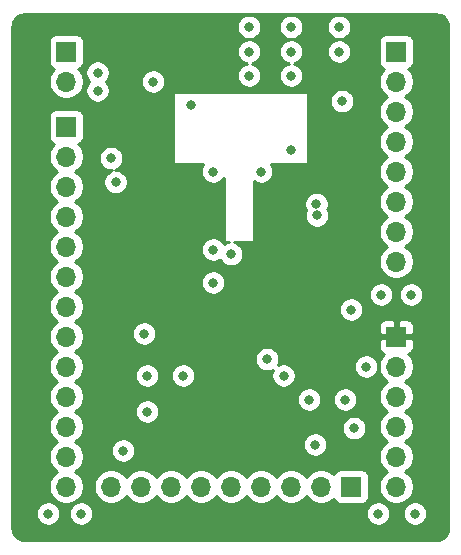
<source format=gbr>
G04 #@! TF.GenerationSoftware,KiCad,Pcbnew,(5.1.10-1-10_14)*
G04 #@! TF.CreationDate,2021-12-12T21:17:35+11:00*
G04 #@! TF.ProjectId,STM32L1_Breakout,53544d33-324c-4315-9f42-7265616b6f75,rev?*
G04 #@! TF.SameCoordinates,Original*
G04 #@! TF.FileFunction,Copper,L3,Inr*
G04 #@! TF.FilePolarity,Positive*
%FSLAX46Y46*%
G04 Gerber Fmt 4.6, Leading zero omitted, Abs format (unit mm)*
G04 Created by KiCad (PCBNEW (5.1.10-1-10_14)) date 2021-12-12 21:17:35*
%MOMM*%
%LPD*%
G01*
G04 APERTURE LIST*
G04 #@! TA.AperFunction,ComponentPad*
%ADD10O,1.700000X1.700000*%
G04 #@! TD*
G04 #@! TA.AperFunction,ComponentPad*
%ADD11R,1.700000X1.700000*%
G04 #@! TD*
G04 #@! TA.AperFunction,ViaPad*
%ADD12C,0.800000*%
G04 #@! TD*
G04 #@! TA.AperFunction,Conductor*
%ADD13C,0.254000*%
G04 #@! TD*
G04 #@! TA.AperFunction,Conductor*
%ADD14C,0.100000*%
G04 #@! TD*
G04 APERTURE END LIST*
D10*
X105410000Y-66040000D03*
X105410000Y-63500000D03*
X105410000Y-60960000D03*
X105410000Y-58420000D03*
X105410000Y-55880000D03*
X105410000Y-53340000D03*
X105410000Y-50800000D03*
D11*
X105410000Y-48260000D03*
D10*
X105410000Y-85090000D03*
X105410000Y-82550000D03*
X105410000Y-80010000D03*
X105410000Y-77470000D03*
X105410000Y-74930000D03*
D11*
X105410000Y-72390000D03*
D10*
X77470000Y-85090000D03*
X77470000Y-82550000D03*
X77470000Y-80010000D03*
X77470000Y-77470000D03*
X77470000Y-74930000D03*
X77470000Y-72390000D03*
X77470000Y-69850000D03*
X77470000Y-67310000D03*
X77470000Y-64770000D03*
X77470000Y-62230000D03*
X77470000Y-59690000D03*
X77470000Y-57150000D03*
D11*
X77470000Y-54610000D03*
D10*
X81280000Y-85090000D03*
X83820000Y-85090000D03*
X86360000Y-85090000D03*
X88900000Y-85090000D03*
X91440000Y-85090000D03*
X93980000Y-85090000D03*
X96520000Y-85090000D03*
X99060000Y-85090000D03*
D11*
X101600000Y-85090000D03*
D10*
X77470000Y-50800000D03*
D11*
X77470000Y-48260000D03*
D12*
X91440000Y-65405000D03*
X94488000Y-74295000D03*
X95885000Y-75692000D03*
X99314000Y-72326500D03*
X97726500Y-71056500D03*
X85280500Y-73342500D03*
X95377000Y-62928500D03*
X88900000Y-47752000D03*
X88900000Y-48768000D03*
X82677000Y-53467000D03*
X102870000Y-72390000D03*
X89916000Y-65024000D03*
X84074000Y-72136000D03*
X98704400Y-62128400D03*
X98653600Y-61163200D03*
X88011000Y-52781200D03*
X96520000Y-56591200D03*
X80137000Y-50038000D03*
X80137000Y-51562000D03*
X81661000Y-59309000D03*
X81280000Y-57277000D03*
X98552000Y-81534000D03*
X102870000Y-74930000D03*
X100838000Y-52451000D03*
X104140000Y-68834000D03*
X106680000Y-68834000D03*
X84328000Y-75692000D03*
X87376000Y-75692000D03*
X84328000Y-78740000D03*
X101092000Y-77724000D03*
X98044000Y-77724000D03*
X101600000Y-70104000D03*
X93980000Y-58420000D03*
X89916000Y-58420000D03*
X92964000Y-48260000D03*
X92964000Y-50292000D03*
X96520000Y-50292000D03*
X96520000Y-48260000D03*
X84836000Y-50800000D03*
X89916000Y-67818000D03*
X82296000Y-82042000D03*
X100584000Y-48260000D03*
X78740000Y-87376000D03*
X103886000Y-87376000D03*
X100584000Y-46164500D03*
X96520000Y-46164500D03*
X92964000Y-46164500D03*
X75946000Y-87376000D03*
X106997500Y-87376000D03*
X101854000Y-80137000D03*
D13*
X109030872Y-45131978D02*
X109215435Y-45187701D01*
X109385660Y-45278212D01*
X109535061Y-45400060D01*
X109657953Y-45548611D01*
X109749650Y-45718202D01*
X109806660Y-45902372D01*
X109830000Y-46124439D01*
X109830001Y-88613711D01*
X109808022Y-88837873D01*
X109752300Y-89022434D01*
X109661788Y-89192661D01*
X109539942Y-89342059D01*
X109391388Y-89464953D01*
X109221800Y-89556649D01*
X109037632Y-89613659D01*
X108815560Y-89637000D01*
X73946279Y-89637000D01*
X73722127Y-89615022D01*
X73537566Y-89559300D01*
X73367339Y-89468788D01*
X73217941Y-89346942D01*
X73095047Y-89198388D01*
X73003351Y-89028800D01*
X72946341Y-88844632D01*
X72923000Y-88622560D01*
X72923000Y-87274061D01*
X74911000Y-87274061D01*
X74911000Y-87477939D01*
X74950774Y-87677898D01*
X75028795Y-87866256D01*
X75142063Y-88035774D01*
X75286226Y-88179937D01*
X75455744Y-88293205D01*
X75644102Y-88371226D01*
X75844061Y-88411000D01*
X76047939Y-88411000D01*
X76247898Y-88371226D01*
X76436256Y-88293205D01*
X76605774Y-88179937D01*
X76749937Y-88035774D01*
X76863205Y-87866256D01*
X76941226Y-87677898D01*
X76981000Y-87477939D01*
X76981000Y-87274061D01*
X77705000Y-87274061D01*
X77705000Y-87477939D01*
X77744774Y-87677898D01*
X77822795Y-87866256D01*
X77936063Y-88035774D01*
X78080226Y-88179937D01*
X78249744Y-88293205D01*
X78438102Y-88371226D01*
X78638061Y-88411000D01*
X78841939Y-88411000D01*
X79041898Y-88371226D01*
X79230256Y-88293205D01*
X79399774Y-88179937D01*
X79543937Y-88035774D01*
X79657205Y-87866256D01*
X79735226Y-87677898D01*
X79775000Y-87477939D01*
X79775000Y-87274061D01*
X102851000Y-87274061D01*
X102851000Y-87477939D01*
X102890774Y-87677898D01*
X102968795Y-87866256D01*
X103082063Y-88035774D01*
X103226226Y-88179937D01*
X103395744Y-88293205D01*
X103584102Y-88371226D01*
X103784061Y-88411000D01*
X103987939Y-88411000D01*
X104187898Y-88371226D01*
X104376256Y-88293205D01*
X104545774Y-88179937D01*
X104689937Y-88035774D01*
X104803205Y-87866256D01*
X104881226Y-87677898D01*
X104921000Y-87477939D01*
X104921000Y-87274061D01*
X105962500Y-87274061D01*
X105962500Y-87477939D01*
X106002274Y-87677898D01*
X106080295Y-87866256D01*
X106193563Y-88035774D01*
X106337726Y-88179937D01*
X106507244Y-88293205D01*
X106695602Y-88371226D01*
X106895561Y-88411000D01*
X107099439Y-88411000D01*
X107299398Y-88371226D01*
X107487756Y-88293205D01*
X107657274Y-88179937D01*
X107801437Y-88035774D01*
X107914705Y-87866256D01*
X107992726Y-87677898D01*
X108032500Y-87477939D01*
X108032500Y-87274061D01*
X107992726Y-87074102D01*
X107914705Y-86885744D01*
X107801437Y-86716226D01*
X107657274Y-86572063D01*
X107487756Y-86458795D01*
X107299398Y-86380774D01*
X107099439Y-86341000D01*
X106895561Y-86341000D01*
X106695602Y-86380774D01*
X106507244Y-86458795D01*
X106337726Y-86572063D01*
X106193563Y-86716226D01*
X106080295Y-86885744D01*
X106002274Y-87074102D01*
X105962500Y-87274061D01*
X104921000Y-87274061D01*
X104881226Y-87074102D01*
X104803205Y-86885744D01*
X104689937Y-86716226D01*
X104545774Y-86572063D01*
X104376256Y-86458795D01*
X104187898Y-86380774D01*
X103987939Y-86341000D01*
X103784061Y-86341000D01*
X103584102Y-86380774D01*
X103395744Y-86458795D01*
X103226226Y-86572063D01*
X103082063Y-86716226D01*
X102968795Y-86885744D01*
X102890774Y-87074102D01*
X102851000Y-87274061D01*
X79775000Y-87274061D01*
X79735226Y-87074102D01*
X79657205Y-86885744D01*
X79543937Y-86716226D01*
X79399774Y-86572063D01*
X79230256Y-86458795D01*
X79041898Y-86380774D01*
X78841939Y-86341000D01*
X78638061Y-86341000D01*
X78438102Y-86380774D01*
X78249744Y-86458795D01*
X78080226Y-86572063D01*
X77936063Y-86716226D01*
X77822795Y-86885744D01*
X77744774Y-87074102D01*
X77705000Y-87274061D01*
X76981000Y-87274061D01*
X76941226Y-87074102D01*
X76863205Y-86885744D01*
X76749937Y-86716226D01*
X76605774Y-86572063D01*
X76436256Y-86458795D01*
X76247898Y-86380774D01*
X76047939Y-86341000D01*
X75844061Y-86341000D01*
X75644102Y-86380774D01*
X75455744Y-86458795D01*
X75286226Y-86572063D01*
X75142063Y-86716226D01*
X75028795Y-86885744D01*
X74950774Y-87074102D01*
X74911000Y-87274061D01*
X72923000Y-87274061D01*
X72923000Y-53760000D01*
X75981928Y-53760000D01*
X75981928Y-55460000D01*
X75994188Y-55584482D01*
X76030498Y-55704180D01*
X76089463Y-55814494D01*
X76168815Y-55911185D01*
X76265506Y-55990537D01*
X76375820Y-56049502D01*
X76448380Y-56071513D01*
X76316525Y-56203368D01*
X76154010Y-56446589D01*
X76042068Y-56716842D01*
X75985000Y-57003740D01*
X75985000Y-57296260D01*
X76042068Y-57583158D01*
X76154010Y-57853411D01*
X76316525Y-58096632D01*
X76523368Y-58303475D01*
X76697760Y-58420000D01*
X76523368Y-58536525D01*
X76316525Y-58743368D01*
X76154010Y-58986589D01*
X76042068Y-59256842D01*
X75985000Y-59543740D01*
X75985000Y-59836260D01*
X76042068Y-60123158D01*
X76154010Y-60393411D01*
X76316525Y-60636632D01*
X76523368Y-60843475D01*
X76697760Y-60960000D01*
X76523368Y-61076525D01*
X76316525Y-61283368D01*
X76154010Y-61526589D01*
X76042068Y-61796842D01*
X75985000Y-62083740D01*
X75985000Y-62376260D01*
X76042068Y-62663158D01*
X76154010Y-62933411D01*
X76316525Y-63176632D01*
X76523368Y-63383475D01*
X76697760Y-63500000D01*
X76523368Y-63616525D01*
X76316525Y-63823368D01*
X76154010Y-64066589D01*
X76042068Y-64336842D01*
X75985000Y-64623740D01*
X75985000Y-64916260D01*
X76042068Y-65203158D01*
X76154010Y-65473411D01*
X76316525Y-65716632D01*
X76523368Y-65923475D01*
X76697760Y-66040000D01*
X76523368Y-66156525D01*
X76316525Y-66363368D01*
X76154010Y-66606589D01*
X76042068Y-66876842D01*
X75985000Y-67163740D01*
X75985000Y-67456260D01*
X76042068Y-67743158D01*
X76154010Y-68013411D01*
X76316525Y-68256632D01*
X76523368Y-68463475D01*
X76697760Y-68580000D01*
X76523368Y-68696525D01*
X76316525Y-68903368D01*
X76154010Y-69146589D01*
X76042068Y-69416842D01*
X75985000Y-69703740D01*
X75985000Y-69996260D01*
X76042068Y-70283158D01*
X76154010Y-70553411D01*
X76316525Y-70796632D01*
X76523368Y-71003475D01*
X76697760Y-71120000D01*
X76523368Y-71236525D01*
X76316525Y-71443368D01*
X76154010Y-71686589D01*
X76042068Y-71956842D01*
X75985000Y-72243740D01*
X75985000Y-72536260D01*
X76042068Y-72823158D01*
X76154010Y-73093411D01*
X76316525Y-73336632D01*
X76523368Y-73543475D01*
X76697760Y-73660000D01*
X76523368Y-73776525D01*
X76316525Y-73983368D01*
X76154010Y-74226589D01*
X76042068Y-74496842D01*
X75985000Y-74783740D01*
X75985000Y-75076260D01*
X76042068Y-75363158D01*
X76154010Y-75633411D01*
X76316525Y-75876632D01*
X76523368Y-76083475D01*
X76697760Y-76200000D01*
X76523368Y-76316525D01*
X76316525Y-76523368D01*
X76154010Y-76766589D01*
X76042068Y-77036842D01*
X75985000Y-77323740D01*
X75985000Y-77616260D01*
X76042068Y-77903158D01*
X76154010Y-78173411D01*
X76316525Y-78416632D01*
X76523368Y-78623475D01*
X76697760Y-78740000D01*
X76523368Y-78856525D01*
X76316525Y-79063368D01*
X76154010Y-79306589D01*
X76042068Y-79576842D01*
X75985000Y-79863740D01*
X75985000Y-80156260D01*
X76042068Y-80443158D01*
X76154010Y-80713411D01*
X76316525Y-80956632D01*
X76523368Y-81163475D01*
X76697760Y-81280000D01*
X76523368Y-81396525D01*
X76316525Y-81603368D01*
X76154010Y-81846589D01*
X76042068Y-82116842D01*
X75985000Y-82403740D01*
X75985000Y-82696260D01*
X76042068Y-82983158D01*
X76154010Y-83253411D01*
X76316525Y-83496632D01*
X76523368Y-83703475D01*
X76697760Y-83820000D01*
X76523368Y-83936525D01*
X76316525Y-84143368D01*
X76154010Y-84386589D01*
X76042068Y-84656842D01*
X75985000Y-84943740D01*
X75985000Y-85236260D01*
X76042068Y-85523158D01*
X76154010Y-85793411D01*
X76316525Y-86036632D01*
X76523368Y-86243475D01*
X76766589Y-86405990D01*
X77036842Y-86517932D01*
X77323740Y-86575000D01*
X77616260Y-86575000D01*
X77903158Y-86517932D01*
X78173411Y-86405990D01*
X78416632Y-86243475D01*
X78623475Y-86036632D01*
X78785990Y-85793411D01*
X78897932Y-85523158D01*
X78955000Y-85236260D01*
X78955000Y-84943740D01*
X79795000Y-84943740D01*
X79795000Y-85236260D01*
X79852068Y-85523158D01*
X79964010Y-85793411D01*
X80126525Y-86036632D01*
X80333368Y-86243475D01*
X80576589Y-86405990D01*
X80846842Y-86517932D01*
X81133740Y-86575000D01*
X81426260Y-86575000D01*
X81713158Y-86517932D01*
X81983411Y-86405990D01*
X82226632Y-86243475D01*
X82433475Y-86036632D01*
X82550000Y-85862240D01*
X82666525Y-86036632D01*
X82873368Y-86243475D01*
X83116589Y-86405990D01*
X83386842Y-86517932D01*
X83673740Y-86575000D01*
X83966260Y-86575000D01*
X84253158Y-86517932D01*
X84523411Y-86405990D01*
X84766632Y-86243475D01*
X84973475Y-86036632D01*
X85090000Y-85862240D01*
X85206525Y-86036632D01*
X85413368Y-86243475D01*
X85656589Y-86405990D01*
X85926842Y-86517932D01*
X86213740Y-86575000D01*
X86506260Y-86575000D01*
X86793158Y-86517932D01*
X87063411Y-86405990D01*
X87306632Y-86243475D01*
X87513475Y-86036632D01*
X87630000Y-85862240D01*
X87746525Y-86036632D01*
X87953368Y-86243475D01*
X88196589Y-86405990D01*
X88466842Y-86517932D01*
X88753740Y-86575000D01*
X89046260Y-86575000D01*
X89333158Y-86517932D01*
X89603411Y-86405990D01*
X89846632Y-86243475D01*
X90053475Y-86036632D01*
X90170000Y-85862240D01*
X90286525Y-86036632D01*
X90493368Y-86243475D01*
X90736589Y-86405990D01*
X91006842Y-86517932D01*
X91293740Y-86575000D01*
X91586260Y-86575000D01*
X91873158Y-86517932D01*
X92143411Y-86405990D01*
X92386632Y-86243475D01*
X92593475Y-86036632D01*
X92710000Y-85862240D01*
X92826525Y-86036632D01*
X93033368Y-86243475D01*
X93276589Y-86405990D01*
X93546842Y-86517932D01*
X93833740Y-86575000D01*
X94126260Y-86575000D01*
X94413158Y-86517932D01*
X94683411Y-86405990D01*
X94926632Y-86243475D01*
X95133475Y-86036632D01*
X95250000Y-85862240D01*
X95366525Y-86036632D01*
X95573368Y-86243475D01*
X95816589Y-86405990D01*
X96086842Y-86517932D01*
X96373740Y-86575000D01*
X96666260Y-86575000D01*
X96953158Y-86517932D01*
X97223411Y-86405990D01*
X97466632Y-86243475D01*
X97673475Y-86036632D01*
X97790000Y-85862240D01*
X97906525Y-86036632D01*
X98113368Y-86243475D01*
X98356589Y-86405990D01*
X98626842Y-86517932D01*
X98913740Y-86575000D01*
X99206260Y-86575000D01*
X99493158Y-86517932D01*
X99763411Y-86405990D01*
X100006632Y-86243475D01*
X100138487Y-86111620D01*
X100160498Y-86184180D01*
X100219463Y-86294494D01*
X100298815Y-86391185D01*
X100395506Y-86470537D01*
X100505820Y-86529502D01*
X100625518Y-86565812D01*
X100750000Y-86578072D01*
X102450000Y-86578072D01*
X102574482Y-86565812D01*
X102694180Y-86529502D01*
X102804494Y-86470537D01*
X102901185Y-86391185D01*
X102980537Y-86294494D01*
X103039502Y-86184180D01*
X103075812Y-86064482D01*
X103088072Y-85940000D01*
X103088072Y-84240000D01*
X103075812Y-84115518D01*
X103039502Y-83995820D01*
X102980537Y-83885506D01*
X102901185Y-83788815D01*
X102804494Y-83709463D01*
X102694180Y-83650498D01*
X102574482Y-83614188D01*
X102450000Y-83601928D01*
X100750000Y-83601928D01*
X100625518Y-83614188D01*
X100505820Y-83650498D01*
X100395506Y-83709463D01*
X100298815Y-83788815D01*
X100219463Y-83885506D01*
X100160498Y-83995820D01*
X100138487Y-84068380D01*
X100006632Y-83936525D01*
X99763411Y-83774010D01*
X99493158Y-83662068D01*
X99206260Y-83605000D01*
X98913740Y-83605000D01*
X98626842Y-83662068D01*
X98356589Y-83774010D01*
X98113368Y-83936525D01*
X97906525Y-84143368D01*
X97790000Y-84317760D01*
X97673475Y-84143368D01*
X97466632Y-83936525D01*
X97223411Y-83774010D01*
X96953158Y-83662068D01*
X96666260Y-83605000D01*
X96373740Y-83605000D01*
X96086842Y-83662068D01*
X95816589Y-83774010D01*
X95573368Y-83936525D01*
X95366525Y-84143368D01*
X95250000Y-84317760D01*
X95133475Y-84143368D01*
X94926632Y-83936525D01*
X94683411Y-83774010D01*
X94413158Y-83662068D01*
X94126260Y-83605000D01*
X93833740Y-83605000D01*
X93546842Y-83662068D01*
X93276589Y-83774010D01*
X93033368Y-83936525D01*
X92826525Y-84143368D01*
X92710000Y-84317760D01*
X92593475Y-84143368D01*
X92386632Y-83936525D01*
X92143411Y-83774010D01*
X91873158Y-83662068D01*
X91586260Y-83605000D01*
X91293740Y-83605000D01*
X91006842Y-83662068D01*
X90736589Y-83774010D01*
X90493368Y-83936525D01*
X90286525Y-84143368D01*
X90170000Y-84317760D01*
X90053475Y-84143368D01*
X89846632Y-83936525D01*
X89603411Y-83774010D01*
X89333158Y-83662068D01*
X89046260Y-83605000D01*
X88753740Y-83605000D01*
X88466842Y-83662068D01*
X88196589Y-83774010D01*
X87953368Y-83936525D01*
X87746525Y-84143368D01*
X87630000Y-84317760D01*
X87513475Y-84143368D01*
X87306632Y-83936525D01*
X87063411Y-83774010D01*
X86793158Y-83662068D01*
X86506260Y-83605000D01*
X86213740Y-83605000D01*
X85926842Y-83662068D01*
X85656589Y-83774010D01*
X85413368Y-83936525D01*
X85206525Y-84143368D01*
X85090000Y-84317760D01*
X84973475Y-84143368D01*
X84766632Y-83936525D01*
X84523411Y-83774010D01*
X84253158Y-83662068D01*
X83966260Y-83605000D01*
X83673740Y-83605000D01*
X83386842Y-83662068D01*
X83116589Y-83774010D01*
X82873368Y-83936525D01*
X82666525Y-84143368D01*
X82550000Y-84317760D01*
X82433475Y-84143368D01*
X82226632Y-83936525D01*
X81983411Y-83774010D01*
X81713158Y-83662068D01*
X81426260Y-83605000D01*
X81133740Y-83605000D01*
X80846842Y-83662068D01*
X80576589Y-83774010D01*
X80333368Y-83936525D01*
X80126525Y-84143368D01*
X79964010Y-84386589D01*
X79852068Y-84656842D01*
X79795000Y-84943740D01*
X78955000Y-84943740D01*
X78897932Y-84656842D01*
X78785990Y-84386589D01*
X78623475Y-84143368D01*
X78416632Y-83936525D01*
X78242240Y-83820000D01*
X78416632Y-83703475D01*
X78623475Y-83496632D01*
X78785990Y-83253411D01*
X78897932Y-82983158D01*
X78955000Y-82696260D01*
X78955000Y-82403740D01*
X78897932Y-82116842D01*
X78824708Y-81940061D01*
X81261000Y-81940061D01*
X81261000Y-82143939D01*
X81300774Y-82343898D01*
X81378795Y-82532256D01*
X81492063Y-82701774D01*
X81636226Y-82845937D01*
X81805744Y-82959205D01*
X81994102Y-83037226D01*
X82194061Y-83077000D01*
X82397939Y-83077000D01*
X82597898Y-83037226D01*
X82786256Y-82959205D01*
X82955774Y-82845937D01*
X83099937Y-82701774D01*
X83213205Y-82532256D01*
X83291226Y-82343898D01*
X83331000Y-82143939D01*
X83331000Y-81940061D01*
X83291226Y-81740102D01*
X83213205Y-81551744D01*
X83133236Y-81432061D01*
X97517000Y-81432061D01*
X97517000Y-81635939D01*
X97556774Y-81835898D01*
X97634795Y-82024256D01*
X97748063Y-82193774D01*
X97892226Y-82337937D01*
X98061744Y-82451205D01*
X98250102Y-82529226D01*
X98450061Y-82569000D01*
X98653939Y-82569000D01*
X98853898Y-82529226D01*
X99042256Y-82451205D01*
X99211774Y-82337937D01*
X99355937Y-82193774D01*
X99469205Y-82024256D01*
X99547226Y-81835898D01*
X99587000Y-81635939D01*
X99587000Y-81432061D01*
X99547226Y-81232102D01*
X99469205Y-81043744D01*
X99355937Y-80874226D01*
X99211774Y-80730063D01*
X99042256Y-80616795D01*
X98853898Y-80538774D01*
X98653939Y-80499000D01*
X98450061Y-80499000D01*
X98250102Y-80538774D01*
X98061744Y-80616795D01*
X97892226Y-80730063D01*
X97748063Y-80874226D01*
X97634795Y-81043744D01*
X97556774Y-81232102D01*
X97517000Y-81432061D01*
X83133236Y-81432061D01*
X83099937Y-81382226D01*
X82955774Y-81238063D01*
X82786256Y-81124795D01*
X82597898Y-81046774D01*
X82397939Y-81007000D01*
X82194061Y-81007000D01*
X81994102Y-81046774D01*
X81805744Y-81124795D01*
X81636226Y-81238063D01*
X81492063Y-81382226D01*
X81378795Y-81551744D01*
X81300774Y-81740102D01*
X81261000Y-81940061D01*
X78824708Y-81940061D01*
X78785990Y-81846589D01*
X78623475Y-81603368D01*
X78416632Y-81396525D01*
X78242240Y-81280000D01*
X78416632Y-81163475D01*
X78623475Y-80956632D01*
X78785990Y-80713411D01*
X78897932Y-80443158D01*
X78955000Y-80156260D01*
X78955000Y-80035061D01*
X100819000Y-80035061D01*
X100819000Y-80238939D01*
X100858774Y-80438898D01*
X100936795Y-80627256D01*
X101050063Y-80796774D01*
X101194226Y-80940937D01*
X101363744Y-81054205D01*
X101552102Y-81132226D01*
X101752061Y-81172000D01*
X101955939Y-81172000D01*
X102155898Y-81132226D01*
X102344256Y-81054205D01*
X102513774Y-80940937D01*
X102657937Y-80796774D01*
X102771205Y-80627256D01*
X102849226Y-80438898D01*
X102889000Y-80238939D01*
X102889000Y-80035061D01*
X102849226Y-79835102D01*
X102771205Y-79646744D01*
X102657937Y-79477226D01*
X102513774Y-79333063D01*
X102344256Y-79219795D01*
X102155898Y-79141774D01*
X101955939Y-79102000D01*
X101752061Y-79102000D01*
X101552102Y-79141774D01*
X101363744Y-79219795D01*
X101194226Y-79333063D01*
X101050063Y-79477226D01*
X100936795Y-79646744D01*
X100858774Y-79835102D01*
X100819000Y-80035061D01*
X78955000Y-80035061D01*
X78955000Y-79863740D01*
X78897932Y-79576842D01*
X78785990Y-79306589D01*
X78623475Y-79063368D01*
X78416632Y-78856525D01*
X78242240Y-78740000D01*
X78394802Y-78638061D01*
X83293000Y-78638061D01*
X83293000Y-78841939D01*
X83332774Y-79041898D01*
X83410795Y-79230256D01*
X83524063Y-79399774D01*
X83668226Y-79543937D01*
X83837744Y-79657205D01*
X84026102Y-79735226D01*
X84226061Y-79775000D01*
X84429939Y-79775000D01*
X84629898Y-79735226D01*
X84818256Y-79657205D01*
X84987774Y-79543937D01*
X85131937Y-79399774D01*
X85245205Y-79230256D01*
X85323226Y-79041898D01*
X85363000Y-78841939D01*
X85363000Y-78638061D01*
X85323226Y-78438102D01*
X85245205Y-78249744D01*
X85131937Y-78080226D01*
X84987774Y-77936063D01*
X84818256Y-77822795D01*
X84629898Y-77744774D01*
X84429939Y-77705000D01*
X84226061Y-77705000D01*
X84026102Y-77744774D01*
X83837744Y-77822795D01*
X83668226Y-77936063D01*
X83524063Y-78080226D01*
X83410795Y-78249744D01*
X83332774Y-78438102D01*
X83293000Y-78638061D01*
X78394802Y-78638061D01*
X78416632Y-78623475D01*
X78623475Y-78416632D01*
X78785990Y-78173411D01*
X78897932Y-77903158D01*
X78953846Y-77622061D01*
X97009000Y-77622061D01*
X97009000Y-77825939D01*
X97048774Y-78025898D01*
X97126795Y-78214256D01*
X97240063Y-78383774D01*
X97384226Y-78527937D01*
X97553744Y-78641205D01*
X97742102Y-78719226D01*
X97942061Y-78759000D01*
X98145939Y-78759000D01*
X98345898Y-78719226D01*
X98534256Y-78641205D01*
X98703774Y-78527937D01*
X98847937Y-78383774D01*
X98961205Y-78214256D01*
X99039226Y-78025898D01*
X99079000Y-77825939D01*
X99079000Y-77622061D01*
X100057000Y-77622061D01*
X100057000Y-77825939D01*
X100096774Y-78025898D01*
X100174795Y-78214256D01*
X100288063Y-78383774D01*
X100432226Y-78527937D01*
X100601744Y-78641205D01*
X100790102Y-78719226D01*
X100990061Y-78759000D01*
X101193939Y-78759000D01*
X101393898Y-78719226D01*
X101582256Y-78641205D01*
X101751774Y-78527937D01*
X101895937Y-78383774D01*
X102009205Y-78214256D01*
X102087226Y-78025898D01*
X102127000Y-77825939D01*
X102127000Y-77622061D01*
X102087226Y-77422102D01*
X102009205Y-77233744D01*
X101895937Y-77064226D01*
X101751774Y-76920063D01*
X101582256Y-76806795D01*
X101393898Y-76728774D01*
X101193939Y-76689000D01*
X100990061Y-76689000D01*
X100790102Y-76728774D01*
X100601744Y-76806795D01*
X100432226Y-76920063D01*
X100288063Y-77064226D01*
X100174795Y-77233744D01*
X100096774Y-77422102D01*
X100057000Y-77622061D01*
X99079000Y-77622061D01*
X99039226Y-77422102D01*
X98961205Y-77233744D01*
X98847937Y-77064226D01*
X98703774Y-76920063D01*
X98534256Y-76806795D01*
X98345898Y-76728774D01*
X98145939Y-76689000D01*
X97942061Y-76689000D01*
X97742102Y-76728774D01*
X97553744Y-76806795D01*
X97384226Y-76920063D01*
X97240063Y-77064226D01*
X97126795Y-77233744D01*
X97048774Y-77422102D01*
X97009000Y-77622061D01*
X78953846Y-77622061D01*
X78955000Y-77616260D01*
X78955000Y-77323740D01*
X78897932Y-77036842D01*
X78785990Y-76766589D01*
X78623475Y-76523368D01*
X78416632Y-76316525D01*
X78242240Y-76200000D01*
X78416632Y-76083475D01*
X78623475Y-75876632D01*
X78785990Y-75633411D01*
X78803946Y-75590061D01*
X83293000Y-75590061D01*
X83293000Y-75793939D01*
X83332774Y-75993898D01*
X83410795Y-76182256D01*
X83524063Y-76351774D01*
X83668226Y-76495937D01*
X83837744Y-76609205D01*
X84026102Y-76687226D01*
X84226061Y-76727000D01*
X84429939Y-76727000D01*
X84629898Y-76687226D01*
X84818256Y-76609205D01*
X84987774Y-76495937D01*
X85131937Y-76351774D01*
X85245205Y-76182256D01*
X85323226Y-75993898D01*
X85363000Y-75793939D01*
X85363000Y-75590061D01*
X86341000Y-75590061D01*
X86341000Y-75793939D01*
X86380774Y-75993898D01*
X86458795Y-76182256D01*
X86572063Y-76351774D01*
X86716226Y-76495937D01*
X86885744Y-76609205D01*
X87074102Y-76687226D01*
X87274061Y-76727000D01*
X87477939Y-76727000D01*
X87677898Y-76687226D01*
X87866256Y-76609205D01*
X88035774Y-76495937D01*
X88179937Y-76351774D01*
X88293205Y-76182256D01*
X88371226Y-75993898D01*
X88411000Y-75793939D01*
X88411000Y-75590061D01*
X88371226Y-75390102D01*
X88293205Y-75201744D01*
X88179937Y-75032226D01*
X88035774Y-74888063D01*
X87866256Y-74774795D01*
X87677898Y-74696774D01*
X87477939Y-74657000D01*
X87274061Y-74657000D01*
X87074102Y-74696774D01*
X86885744Y-74774795D01*
X86716226Y-74888063D01*
X86572063Y-75032226D01*
X86458795Y-75201744D01*
X86380774Y-75390102D01*
X86341000Y-75590061D01*
X85363000Y-75590061D01*
X85323226Y-75390102D01*
X85245205Y-75201744D01*
X85131937Y-75032226D01*
X84987774Y-74888063D01*
X84818256Y-74774795D01*
X84629898Y-74696774D01*
X84429939Y-74657000D01*
X84226061Y-74657000D01*
X84026102Y-74696774D01*
X83837744Y-74774795D01*
X83668226Y-74888063D01*
X83524063Y-75032226D01*
X83410795Y-75201744D01*
X83332774Y-75390102D01*
X83293000Y-75590061D01*
X78803946Y-75590061D01*
X78897932Y-75363158D01*
X78955000Y-75076260D01*
X78955000Y-74783740D01*
X78897932Y-74496842D01*
X78785990Y-74226589D01*
X78763588Y-74193061D01*
X93453000Y-74193061D01*
X93453000Y-74396939D01*
X93492774Y-74596898D01*
X93570795Y-74785256D01*
X93684063Y-74954774D01*
X93828226Y-75098937D01*
X93997744Y-75212205D01*
X94186102Y-75290226D01*
X94386061Y-75330000D01*
X94589939Y-75330000D01*
X94789898Y-75290226D01*
X94960398Y-75219602D01*
X94889774Y-75390102D01*
X94850000Y-75590061D01*
X94850000Y-75793939D01*
X94889774Y-75993898D01*
X94967795Y-76182256D01*
X95081063Y-76351774D01*
X95225226Y-76495937D01*
X95394744Y-76609205D01*
X95583102Y-76687226D01*
X95783061Y-76727000D01*
X95986939Y-76727000D01*
X96186898Y-76687226D01*
X96375256Y-76609205D01*
X96544774Y-76495937D01*
X96688937Y-76351774D01*
X96802205Y-76182256D01*
X96880226Y-75993898D01*
X96920000Y-75793939D01*
X96920000Y-75590061D01*
X96880226Y-75390102D01*
X96802205Y-75201744D01*
X96688937Y-75032226D01*
X96544774Y-74888063D01*
X96454975Y-74828061D01*
X101835000Y-74828061D01*
X101835000Y-75031939D01*
X101874774Y-75231898D01*
X101952795Y-75420256D01*
X102066063Y-75589774D01*
X102210226Y-75733937D01*
X102379744Y-75847205D01*
X102568102Y-75925226D01*
X102768061Y-75965000D01*
X102971939Y-75965000D01*
X103171898Y-75925226D01*
X103360256Y-75847205D01*
X103529774Y-75733937D01*
X103673937Y-75589774D01*
X103787205Y-75420256D01*
X103865226Y-75231898D01*
X103905000Y-75031939D01*
X103905000Y-74828061D01*
X103865226Y-74628102D01*
X103787205Y-74439744D01*
X103673937Y-74270226D01*
X103529774Y-74126063D01*
X103360256Y-74012795D01*
X103171898Y-73934774D01*
X102971939Y-73895000D01*
X102768061Y-73895000D01*
X102568102Y-73934774D01*
X102379744Y-74012795D01*
X102210226Y-74126063D01*
X102066063Y-74270226D01*
X101952795Y-74439744D01*
X101874774Y-74628102D01*
X101835000Y-74828061D01*
X96454975Y-74828061D01*
X96375256Y-74774795D01*
X96186898Y-74696774D01*
X95986939Y-74657000D01*
X95783061Y-74657000D01*
X95583102Y-74696774D01*
X95412602Y-74767398D01*
X95483226Y-74596898D01*
X95523000Y-74396939D01*
X95523000Y-74193061D01*
X95483226Y-73993102D01*
X95405205Y-73804744D01*
X95291937Y-73635226D01*
X95147774Y-73491063D01*
X94978256Y-73377795D01*
X94789898Y-73299774D01*
X94589939Y-73260000D01*
X94386061Y-73260000D01*
X94186102Y-73299774D01*
X93997744Y-73377795D01*
X93828226Y-73491063D01*
X93684063Y-73635226D01*
X93570795Y-73804744D01*
X93492774Y-73993102D01*
X93453000Y-74193061D01*
X78763588Y-74193061D01*
X78623475Y-73983368D01*
X78416632Y-73776525D01*
X78242240Y-73660000D01*
X78416632Y-73543475D01*
X78623475Y-73336632D01*
X78688042Y-73240000D01*
X103921928Y-73240000D01*
X103934188Y-73364482D01*
X103970498Y-73484180D01*
X104029463Y-73594494D01*
X104108815Y-73691185D01*
X104205506Y-73770537D01*
X104315820Y-73829502D01*
X104388380Y-73851513D01*
X104256525Y-73983368D01*
X104094010Y-74226589D01*
X103982068Y-74496842D01*
X103925000Y-74783740D01*
X103925000Y-75076260D01*
X103982068Y-75363158D01*
X104094010Y-75633411D01*
X104256525Y-75876632D01*
X104463368Y-76083475D01*
X104637760Y-76200000D01*
X104463368Y-76316525D01*
X104256525Y-76523368D01*
X104094010Y-76766589D01*
X103982068Y-77036842D01*
X103925000Y-77323740D01*
X103925000Y-77616260D01*
X103982068Y-77903158D01*
X104094010Y-78173411D01*
X104256525Y-78416632D01*
X104463368Y-78623475D01*
X104637760Y-78740000D01*
X104463368Y-78856525D01*
X104256525Y-79063368D01*
X104094010Y-79306589D01*
X103982068Y-79576842D01*
X103925000Y-79863740D01*
X103925000Y-80156260D01*
X103982068Y-80443158D01*
X104094010Y-80713411D01*
X104256525Y-80956632D01*
X104463368Y-81163475D01*
X104637760Y-81280000D01*
X104463368Y-81396525D01*
X104256525Y-81603368D01*
X104094010Y-81846589D01*
X103982068Y-82116842D01*
X103925000Y-82403740D01*
X103925000Y-82696260D01*
X103982068Y-82983158D01*
X104094010Y-83253411D01*
X104256525Y-83496632D01*
X104463368Y-83703475D01*
X104637760Y-83820000D01*
X104463368Y-83936525D01*
X104256525Y-84143368D01*
X104094010Y-84386589D01*
X103982068Y-84656842D01*
X103925000Y-84943740D01*
X103925000Y-85236260D01*
X103982068Y-85523158D01*
X104094010Y-85793411D01*
X104256525Y-86036632D01*
X104463368Y-86243475D01*
X104706589Y-86405990D01*
X104976842Y-86517932D01*
X105263740Y-86575000D01*
X105556260Y-86575000D01*
X105843158Y-86517932D01*
X106113411Y-86405990D01*
X106356632Y-86243475D01*
X106563475Y-86036632D01*
X106725990Y-85793411D01*
X106837932Y-85523158D01*
X106895000Y-85236260D01*
X106895000Y-84943740D01*
X106837932Y-84656842D01*
X106725990Y-84386589D01*
X106563475Y-84143368D01*
X106356632Y-83936525D01*
X106182240Y-83820000D01*
X106356632Y-83703475D01*
X106563475Y-83496632D01*
X106725990Y-83253411D01*
X106837932Y-82983158D01*
X106895000Y-82696260D01*
X106895000Y-82403740D01*
X106837932Y-82116842D01*
X106725990Y-81846589D01*
X106563475Y-81603368D01*
X106356632Y-81396525D01*
X106182240Y-81280000D01*
X106356632Y-81163475D01*
X106563475Y-80956632D01*
X106725990Y-80713411D01*
X106837932Y-80443158D01*
X106895000Y-80156260D01*
X106895000Y-79863740D01*
X106837932Y-79576842D01*
X106725990Y-79306589D01*
X106563475Y-79063368D01*
X106356632Y-78856525D01*
X106182240Y-78740000D01*
X106356632Y-78623475D01*
X106563475Y-78416632D01*
X106725990Y-78173411D01*
X106837932Y-77903158D01*
X106895000Y-77616260D01*
X106895000Y-77323740D01*
X106837932Y-77036842D01*
X106725990Y-76766589D01*
X106563475Y-76523368D01*
X106356632Y-76316525D01*
X106182240Y-76200000D01*
X106356632Y-76083475D01*
X106563475Y-75876632D01*
X106725990Y-75633411D01*
X106837932Y-75363158D01*
X106895000Y-75076260D01*
X106895000Y-74783740D01*
X106837932Y-74496842D01*
X106725990Y-74226589D01*
X106563475Y-73983368D01*
X106431620Y-73851513D01*
X106504180Y-73829502D01*
X106614494Y-73770537D01*
X106711185Y-73691185D01*
X106790537Y-73594494D01*
X106849502Y-73484180D01*
X106885812Y-73364482D01*
X106898072Y-73240000D01*
X106895000Y-72675750D01*
X106736250Y-72517000D01*
X105537000Y-72517000D01*
X105537000Y-72537000D01*
X105283000Y-72537000D01*
X105283000Y-72517000D01*
X104083750Y-72517000D01*
X103925000Y-72675750D01*
X103921928Y-73240000D01*
X78688042Y-73240000D01*
X78785990Y-73093411D01*
X78897932Y-72823158D01*
X78955000Y-72536260D01*
X78955000Y-72243740D01*
X78913292Y-72034061D01*
X83039000Y-72034061D01*
X83039000Y-72237939D01*
X83078774Y-72437898D01*
X83156795Y-72626256D01*
X83270063Y-72795774D01*
X83414226Y-72939937D01*
X83583744Y-73053205D01*
X83772102Y-73131226D01*
X83972061Y-73171000D01*
X84175939Y-73171000D01*
X84375898Y-73131226D01*
X84564256Y-73053205D01*
X84733774Y-72939937D01*
X84877937Y-72795774D01*
X84991205Y-72626256D01*
X85069226Y-72437898D01*
X85109000Y-72237939D01*
X85109000Y-72034061D01*
X85069226Y-71834102D01*
X84991205Y-71645744D01*
X84920550Y-71540000D01*
X103921928Y-71540000D01*
X103925000Y-72104250D01*
X104083750Y-72263000D01*
X105283000Y-72263000D01*
X105283000Y-71063750D01*
X105537000Y-71063750D01*
X105537000Y-72263000D01*
X106736250Y-72263000D01*
X106895000Y-72104250D01*
X106898072Y-71540000D01*
X106885812Y-71415518D01*
X106849502Y-71295820D01*
X106790537Y-71185506D01*
X106711185Y-71088815D01*
X106614494Y-71009463D01*
X106504180Y-70950498D01*
X106384482Y-70914188D01*
X106260000Y-70901928D01*
X105695750Y-70905000D01*
X105537000Y-71063750D01*
X105283000Y-71063750D01*
X105124250Y-70905000D01*
X104560000Y-70901928D01*
X104435518Y-70914188D01*
X104315820Y-70950498D01*
X104205506Y-71009463D01*
X104108815Y-71088815D01*
X104029463Y-71185506D01*
X103970498Y-71295820D01*
X103934188Y-71415518D01*
X103921928Y-71540000D01*
X84920550Y-71540000D01*
X84877937Y-71476226D01*
X84733774Y-71332063D01*
X84564256Y-71218795D01*
X84375898Y-71140774D01*
X84175939Y-71101000D01*
X83972061Y-71101000D01*
X83772102Y-71140774D01*
X83583744Y-71218795D01*
X83414226Y-71332063D01*
X83270063Y-71476226D01*
X83156795Y-71645744D01*
X83078774Y-71834102D01*
X83039000Y-72034061D01*
X78913292Y-72034061D01*
X78897932Y-71956842D01*
X78785990Y-71686589D01*
X78623475Y-71443368D01*
X78416632Y-71236525D01*
X78242240Y-71120000D01*
X78416632Y-71003475D01*
X78623475Y-70796632D01*
X78785990Y-70553411D01*
X78897932Y-70283158D01*
X78953846Y-70002061D01*
X100565000Y-70002061D01*
X100565000Y-70205939D01*
X100604774Y-70405898D01*
X100682795Y-70594256D01*
X100796063Y-70763774D01*
X100940226Y-70907937D01*
X101109744Y-71021205D01*
X101298102Y-71099226D01*
X101498061Y-71139000D01*
X101701939Y-71139000D01*
X101901898Y-71099226D01*
X102090256Y-71021205D01*
X102259774Y-70907937D01*
X102403937Y-70763774D01*
X102517205Y-70594256D01*
X102595226Y-70405898D01*
X102635000Y-70205939D01*
X102635000Y-70002061D01*
X102595226Y-69802102D01*
X102517205Y-69613744D01*
X102403937Y-69444226D01*
X102259774Y-69300063D01*
X102090256Y-69186795D01*
X101901898Y-69108774D01*
X101701939Y-69069000D01*
X101498061Y-69069000D01*
X101298102Y-69108774D01*
X101109744Y-69186795D01*
X100940226Y-69300063D01*
X100796063Y-69444226D01*
X100682795Y-69613744D01*
X100604774Y-69802102D01*
X100565000Y-70002061D01*
X78953846Y-70002061D01*
X78955000Y-69996260D01*
X78955000Y-69703740D01*
X78897932Y-69416842D01*
X78785990Y-69146589D01*
X78623475Y-68903368D01*
X78416632Y-68696525D01*
X78242240Y-68580000D01*
X78416632Y-68463475D01*
X78623475Y-68256632D01*
X78785990Y-68013411D01*
X78897932Y-67743158D01*
X78903321Y-67716061D01*
X88881000Y-67716061D01*
X88881000Y-67919939D01*
X88920774Y-68119898D01*
X88998795Y-68308256D01*
X89112063Y-68477774D01*
X89256226Y-68621937D01*
X89425744Y-68735205D01*
X89614102Y-68813226D01*
X89814061Y-68853000D01*
X90017939Y-68853000D01*
X90217898Y-68813226D01*
X90406256Y-68735205D01*
X90410961Y-68732061D01*
X103105000Y-68732061D01*
X103105000Y-68935939D01*
X103144774Y-69135898D01*
X103222795Y-69324256D01*
X103336063Y-69493774D01*
X103480226Y-69637937D01*
X103649744Y-69751205D01*
X103838102Y-69829226D01*
X104038061Y-69869000D01*
X104241939Y-69869000D01*
X104441898Y-69829226D01*
X104630256Y-69751205D01*
X104799774Y-69637937D01*
X104943937Y-69493774D01*
X105057205Y-69324256D01*
X105135226Y-69135898D01*
X105175000Y-68935939D01*
X105175000Y-68732061D01*
X105645000Y-68732061D01*
X105645000Y-68935939D01*
X105684774Y-69135898D01*
X105762795Y-69324256D01*
X105876063Y-69493774D01*
X106020226Y-69637937D01*
X106189744Y-69751205D01*
X106378102Y-69829226D01*
X106578061Y-69869000D01*
X106781939Y-69869000D01*
X106981898Y-69829226D01*
X107170256Y-69751205D01*
X107339774Y-69637937D01*
X107483937Y-69493774D01*
X107597205Y-69324256D01*
X107675226Y-69135898D01*
X107715000Y-68935939D01*
X107715000Y-68732061D01*
X107675226Y-68532102D01*
X107597205Y-68343744D01*
X107483937Y-68174226D01*
X107339774Y-68030063D01*
X107170256Y-67916795D01*
X106981898Y-67838774D01*
X106781939Y-67799000D01*
X106578061Y-67799000D01*
X106378102Y-67838774D01*
X106189744Y-67916795D01*
X106020226Y-68030063D01*
X105876063Y-68174226D01*
X105762795Y-68343744D01*
X105684774Y-68532102D01*
X105645000Y-68732061D01*
X105175000Y-68732061D01*
X105135226Y-68532102D01*
X105057205Y-68343744D01*
X104943937Y-68174226D01*
X104799774Y-68030063D01*
X104630256Y-67916795D01*
X104441898Y-67838774D01*
X104241939Y-67799000D01*
X104038061Y-67799000D01*
X103838102Y-67838774D01*
X103649744Y-67916795D01*
X103480226Y-68030063D01*
X103336063Y-68174226D01*
X103222795Y-68343744D01*
X103144774Y-68532102D01*
X103105000Y-68732061D01*
X90410961Y-68732061D01*
X90575774Y-68621937D01*
X90719937Y-68477774D01*
X90833205Y-68308256D01*
X90911226Y-68119898D01*
X90951000Y-67919939D01*
X90951000Y-67716061D01*
X90911226Y-67516102D01*
X90833205Y-67327744D01*
X90719937Y-67158226D01*
X90575774Y-67014063D01*
X90406256Y-66900795D01*
X90217898Y-66822774D01*
X90017939Y-66783000D01*
X89814061Y-66783000D01*
X89614102Y-66822774D01*
X89425744Y-66900795D01*
X89256226Y-67014063D01*
X89112063Y-67158226D01*
X88998795Y-67327744D01*
X88920774Y-67516102D01*
X88881000Y-67716061D01*
X78903321Y-67716061D01*
X78955000Y-67456260D01*
X78955000Y-67163740D01*
X78897932Y-66876842D01*
X78785990Y-66606589D01*
X78623475Y-66363368D01*
X78416632Y-66156525D01*
X78242240Y-66040000D01*
X78416632Y-65923475D01*
X78623475Y-65716632D01*
X78785990Y-65473411D01*
X78897932Y-65203158D01*
X78955000Y-64916260D01*
X78955000Y-64623740D01*
X78897932Y-64336842D01*
X78785990Y-64066589D01*
X78623475Y-63823368D01*
X78416632Y-63616525D01*
X78242240Y-63500000D01*
X78416632Y-63383475D01*
X78623475Y-63176632D01*
X78785990Y-62933411D01*
X78897932Y-62663158D01*
X78955000Y-62376260D01*
X78955000Y-62083740D01*
X78897932Y-61796842D01*
X78785990Y-61526589D01*
X78623475Y-61283368D01*
X78416632Y-61076525D01*
X78242240Y-60960000D01*
X78416632Y-60843475D01*
X78623475Y-60636632D01*
X78785990Y-60393411D01*
X78897932Y-60123158D01*
X78955000Y-59836260D01*
X78955000Y-59543740D01*
X78897932Y-59256842D01*
X78785990Y-58986589D01*
X78623475Y-58743368D01*
X78416632Y-58536525D01*
X78242240Y-58420000D01*
X78416632Y-58303475D01*
X78623475Y-58096632D01*
X78785990Y-57853411D01*
X78897932Y-57583158D01*
X78955000Y-57296260D01*
X78955000Y-57175061D01*
X80245000Y-57175061D01*
X80245000Y-57378939D01*
X80284774Y-57578898D01*
X80362795Y-57767256D01*
X80476063Y-57936774D01*
X80620226Y-58080937D01*
X80789744Y-58194205D01*
X80978102Y-58272226D01*
X81178061Y-58312000D01*
X81368021Y-58312000D01*
X81359102Y-58313774D01*
X81170744Y-58391795D01*
X81001226Y-58505063D01*
X80857063Y-58649226D01*
X80743795Y-58818744D01*
X80665774Y-59007102D01*
X80626000Y-59207061D01*
X80626000Y-59410939D01*
X80665774Y-59610898D01*
X80743795Y-59799256D01*
X80857063Y-59968774D01*
X81001226Y-60112937D01*
X81170744Y-60226205D01*
X81359102Y-60304226D01*
X81559061Y-60344000D01*
X81762939Y-60344000D01*
X81962898Y-60304226D01*
X82151256Y-60226205D01*
X82320774Y-60112937D01*
X82464937Y-59968774D01*
X82578205Y-59799256D01*
X82656226Y-59610898D01*
X82696000Y-59410939D01*
X82696000Y-59207061D01*
X82656226Y-59007102D01*
X82578205Y-58818744D01*
X82464937Y-58649226D01*
X82320774Y-58505063D01*
X82151256Y-58391795D01*
X81962898Y-58313774D01*
X81762939Y-58274000D01*
X81572979Y-58274000D01*
X81581898Y-58272226D01*
X81770256Y-58194205D01*
X81939774Y-58080937D01*
X82083937Y-57936774D01*
X82197205Y-57767256D01*
X82275226Y-57578898D01*
X82315000Y-57378939D01*
X82315000Y-57175061D01*
X82275226Y-56975102D01*
X82197205Y-56786744D01*
X82083937Y-56617226D01*
X81939774Y-56473063D01*
X81770256Y-56359795D01*
X81581898Y-56281774D01*
X81381939Y-56242000D01*
X81178061Y-56242000D01*
X80978102Y-56281774D01*
X80789744Y-56359795D01*
X80620226Y-56473063D01*
X80476063Y-56617226D01*
X80362795Y-56786744D01*
X80284774Y-56975102D01*
X80245000Y-57175061D01*
X78955000Y-57175061D01*
X78955000Y-57003740D01*
X78897932Y-56716842D01*
X78785990Y-56446589D01*
X78623475Y-56203368D01*
X78491620Y-56071513D01*
X78564180Y-56049502D01*
X78674494Y-55990537D01*
X78771185Y-55911185D01*
X78850537Y-55814494D01*
X78909502Y-55704180D01*
X78945812Y-55584482D01*
X78958072Y-55460000D01*
X78958072Y-53760000D01*
X78945812Y-53635518D01*
X78909502Y-53515820D01*
X78850537Y-53405506D01*
X78771185Y-53308815D01*
X78674494Y-53229463D01*
X78564180Y-53170498D01*
X78444482Y-53134188D01*
X78320000Y-53121928D01*
X76620000Y-53121928D01*
X76495518Y-53134188D01*
X76375820Y-53170498D01*
X76265506Y-53229463D01*
X76168815Y-53308815D01*
X76089463Y-53405506D01*
X76030498Y-53515820D01*
X75994188Y-53635518D01*
X75981928Y-53760000D01*
X72923000Y-53760000D01*
X72923000Y-47410000D01*
X75981928Y-47410000D01*
X75981928Y-49110000D01*
X75994188Y-49234482D01*
X76030498Y-49354180D01*
X76089463Y-49464494D01*
X76168815Y-49561185D01*
X76265506Y-49640537D01*
X76375820Y-49699502D01*
X76448380Y-49721513D01*
X76316525Y-49853368D01*
X76154010Y-50096589D01*
X76042068Y-50366842D01*
X75985000Y-50653740D01*
X75985000Y-50946260D01*
X76042068Y-51233158D01*
X76154010Y-51503411D01*
X76316525Y-51746632D01*
X76523368Y-51953475D01*
X76766589Y-52115990D01*
X77036842Y-52227932D01*
X77323740Y-52285000D01*
X77616260Y-52285000D01*
X77903158Y-52227932D01*
X78173411Y-52115990D01*
X78416632Y-51953475D01*
X78623475Y-51746632D01*
X78785990Y-51503411D01*
X78897932Y-51233158D01*
X78955000Y-50946260D01*
X78955000Y-50653740D01*
X78897932Y-50366842D01*
X78785990Y-50096589D01*
X78678729Y-49936061D01*
X79102000Y-49936061D01*
X79102000Y-50139939D01*
X79141774Y-50339898D01*
X79219795Y-50528256D01*
X79333063Y-50697774D01*
X79435289Y-50800000D01*
X79333063Y-50902226D01*
X79219795Y-51071744D01*
X79141774Y-51260102D01*
X79102000Y-51460061D01*
X79102000Y-51663939D01*
X79141774Y-51863898D01*
X79219795Y-52052256D01*
X79333063Y-52221774D01*
X79477226Y-52365937D01*
X79646744Y-52479205D01*
X79835102Y-52557226D01*
X80035061Y-52597000D01*
X80238939Y-52597000D01*
X80438898Y-52557226D01*
X80627256Y-52479205D01*
X80796774Y-52365937D01*
X80940937Y-52221774D01*
X81054205Y-52052256D01*
X81132226Y-51863898D01*
X81172000Y-51663939D01*
X81172000Y-51460061D01*
X81132226Y-51260102D01*
X81054205Y-51071744D01*
X80940937Y-50902226D01*
X80838711Y-50800000D01*
X80940650Y-50698061D01*
X83801000Y-50698061D01*
X83801000Y-50901939D01*
X83840774Y-51101898D01*
X83918795Y-51290256D01*
X84032063Y-51459774D01*
X84176226Y-51603937D01*
X84345744Y-51717205D01*
X84534102Y-51795226D01*
X84734061Y-51835000D01*
X84937939Y-51835000D01*
X85033459Y-51816000D01*
X86487000Y-51816000D01*
X86487000Y-57658000D01*
X86489440Y-57682776D01*
X86496667Y-57706601D01*
X86508403Y-57728557D01*
X86524197Y-57747803D01*
X86543443Y-57763597D01*
X86565399Y-57775333D01*
X86589224Y-57782560D01*
X86614000Y-57785000D01*
X89095510Y-57785000D01*
X88998795Y-57929744D01*
X88920774Y-58118102D01*
X88881000Y-58318061D01*
X88881000Y-58521939D01*
X88920774Y-58721898D01*
X88998795Y-58910256D01*
X89112063Y-59079774D01*
X89256226Y-59223937D01*
X89425744Y-59337205D01*
X89614102Y-59415226D01*
X89814061Y-59455000D01*
X90017939Y-59455000D01*
X90217898Y-59415226D01*
X90406256Y-59337205D01*
X90575774Y-59223937D01*
X90719937Y-59079774D01*
X90805000Y-58952468D01*
X90805000Y-64262000D01*
X90807440Y-64286776D01*
X90814667Y-64310601D01*
X90826403Y-64332557D01*
X90842197Y-64351803D01*
X90861443Y-64367597D01*
X90883399Y-64379333D01*
X90907224Y-64386560D01*
X90932000Y-64389000D01*
X91242541Y-64389000D01*
X91138102Y-64409774D01*
X90949744Y-64487795D01*
X90843561Y-64558744D01*
X90833205Y-64533744D01*
X90719937Y-64364226D01*
X90575774Y-64220063D01*
X90406256Y-64106795D01*
X90217898Y-64028774D01*
X90017939Y-63989000D01*
X89814061Y-63989000D01*
X89614102Y-64028774D01*
X89425744Y-64106795D01*
X89256226Y-64220063D01*
X89112063Y-64364226D01*
X88998795Y-64533744D01*
X88920774Y-64722102D01*
X88881000Y-64922061D01*
X88881000Y-65125939D01*
X88920774Y-65325898D01*
X88998795Y-65514256D01*
X89112063Y-65683774D01*
X89256226Y-65827937D01*
X89425744Y-65941205D01*
X89614102Y-66019226D01*
X89814061Y-66059000D01*
X90017939Y-66059000D01*
X90217898Y-66019226D01*
X90406256Y-65941205D01*
X90512439Y-65870256D01*
X90522795Y-65895256D01*
X90636063Y-66064774D01*
X90780226Y-66208937D01*
X90949744Y-66322205D01*
X91138102Y-66400226D01*
X91338061Y-66440000D01*
X91541939Y-66440000D01*
X91741898Y-66400226D01*
X91930256Y-66322205D01*
X92099774Y-66208937D01*
X92243937Y-66064774D01*
X92357205Y-65895256D01*
X92435226Y-65706898D01*
X92475000Y-65506939D01*
X92475000Y-65303061D01*
X92435226Y-65103102D01*
X92357205Y-64914744D01*
X92243937Y-64745226D01*
X92099774Y-64601063D01*
X91930256Y-64487795D01*
X91741898Y-64409774D01*
X91637459Y-64389000D01*
X93218000Y-64389000D01*
X93242776Y-64386560D01*
X93266601Y-64379333D01*
X93288557Y-64367597D01*
X93307803Y-64351803D01*
X93323597Y-64332557D01*
X93335333Y-64310601D01*
X93342560Y-64286776D01*
X93345000Y-64262000D01*
X93345000Y-61061261D01*
X97618600Y-61061261D01*
X97618600Y-61265139D01*
X97658374Y-61465098D01*
X97736395Y-61653456D01*
X97763839Y-61694529D01*
X97709174Y-61826502D01*
X97669400Y-62026461D01*
X97669400Y-62230339D01*
X97709174Y-62430298D01*
X97787195Y-62618656D01*
X97900463Y-62788174D01*
X98044626Y-62932337D01*
X98214144Y-63045605D01*
X98402502Y-63123626D01*
X98602461Y-63163400D01*
X98806339Y-63163400D01*
X99006298Y-63123626D01*
X99194656Y-63045605D01*
X99364174Y-62932337D01*
X99508337Y-62788174D01*
X99621605Y-62618656D01*
X99699626Y-62430298D01*
X99739400Y-62230339D01*
X99739400Y-62026461D01*
X99699626Y-61826502D01*
X99621605Y-61638144D01*
X99594161Y-61597071D01*
X99648826Y-61465098D01*
X99688600Y-61265139D01*
X99688600Y-61061261D01*
X99648826Y-60861302D01*
X99570805Y-60672944D01*
X99457537Y-60503426D01*
X99313374Y-60359263D01*
X99143856Y-60245995D01*
X98955498Y-60167974D01*
X98755539Y-60128200D01*
X98551661Y-60128200D01*
X98351702Y-60167974D01*
X98163344Y-60245995D01*
X97993826Y-60359263D01*
X97849663Y-60503426D01*
X97736395Y-60672944D01*
X97658374Y-60861302D01*
X97618600Y-61061261D01*
X93345000Y-61061261D01*
X93345000Y-59240490D01*
X93489744Y-59337205D01*
X93678102Y-59415226D01*
X93878061Y-59455000D01*
X94081939Y-59455000D01*
X94281898Y-59415226D01*
X94470256Y-59337205D01*
X94639774Y-59223937D01*
X94783937Y-59079774D01*
X94897205Y-58910256D01*
X94975226Y-58721898D01*
X95015000Y-58521939D01*
X95015000Y-58318061D01*
X94975226Y-58118102D01*
X94897205Y-57929744D01*
X94800490Y-57785000D01*
X97790000Y-57785000D01*
X97814776Y-57782560D01*
X97838601Y-57775333D01*
X97860557Y-57763597D01*
X97879803Y-57747803D01*
X97895597Y-57728557D01*
X97907333Y-57706601D01*
X97914560Y-57682776D01*
X97917000Y-57658000D01*
X97917000Y-52349061D01*
X99803000Y-52349061D01*
X99803000Y-52552939D01*
X99842774Y-52752898D01*
X99920795Y-52941256D01*
X100034063Y-53110774D01*
X100178226Y-53254937D01*
X100347744Y-53368205D01*
X100536102Y-53446226D01*
X100736061Y-53486000D01*
X100939939Y-53486000D01*
X101139898Y-53446226D01*
X101328256Y-53368205D01*
X101497774Y-53254937D01*
X101641937Y-53110774D01*
X101755205Y-52941256D01*
X101833226Y-52752898D01*
X101873000Y-52552939D01*
X101873000Y-52349061D01*
X101833226Y-52149102D01*
X101755205Y-51960744D01*
X101641937Y-51791226D01*
X101497774Y-51647063D01*
X101328256Y-51533795D01*
X101139898Y-51455774D01*
X100939939Y-51416000D01*
X100736061Y-51416000D01*
X100536102Y-51455774D01*
X100347744Y-51533795D01*
X100178226Y-51647063D01*
X100034063Y-51791226D01*
X99920795Y-51960744D01*
X99842774Y-52149102D01*
X99803000Y-52349061D01*
X97917000Y-52349061D01*
X97917000Y-51816000D01*
X97914560Y-51791224D01*
X97907333Y-51767399D01*
X97895597Y-51745443D01*
X97879803Y-51726197D01*
X97860557Y-51710403D01*
X97838601Y-51698667D01*
X97814776Y-51691440D01*
X97790000Y-51689000D01*
X86614000Y-51689000D01*
X86589224Y-51691440D01*
X86565399Y-51698667D01*
X86543443Y-51710403D01*
X86524197Y-51726197D01*
X86508403Y-51745443D01*
X86496667Y-51767399D01*
X86489440Y-51791224D01*
X86487000Y-51816000D01*
X85033459Y-51816000D01*
X85137898Y-51795226D01*
X85326256Y-51717205D01*
X85495774Y-51603937D01*
X85639937Y-51459774D01*
X85753205Y-51290256D01*
X85831226Y-51101898D01*
X85871000Y-50901939D01*
X85871000Y-50698061D01*
X85831226Y-50498102D01*
X85753205Y-50309744D01*
X85639937Y-50140226D01*
X85495774Y-49996063D01*
X85326256Y-49882795D01*
X85137898Y-49804774D01*
X84937939Y-49765000D01*
X84734061Y-49765000D01*
X84534102Y-49804774D01*
X84345744Y-49882795D01*
X84176226Y-49996063D01*
X84032063Y-50140226D01*
X83918795Y-50309744D01*
X83840774Y-50498102D01*
X83801000Y-50698061D01*
X80940650Y-50698061D01*
X80940937Y-50697774D01*
X81054205Y-50528256D01*
X81132226Y-50339898D01*
X81172000Y-50139939D01*
X81172000Y-49936061D01*
X81132226Y-49736102D01*
X81054205Y-49547744D01*
X80940937Y-49378226D01*
X80796774Y-49234063D01*
X80627256Y-49120795D01*
X80438898Y-49042774D01*
X80238939Y-49003000D01*
X80035061Y-49003000D01*
X79835102Y-49042774D01*
X79646744Y-49120795D01*
X79477226Y-49234063D01*
X79333063Y-49378226D01*
X79219795Y-49547744D01*
X79141774Y-49736102D01*
X79102000Y-49936061D01*
X78678729Y-49936061D01*
X78623475Y-49853368D01*
X78491620Y-49721513D01*
X78564180Y-49699502D01*
X78674494Y-49640537D01*
X78771185Y-49561185D01*
X78850537Y-49464494D01*
X78909502Y-49354180D01*
X78945812Y-49234482D01*
X78958072Y-49110000D01*
X78958072Y-48158061D01*
X91929000Y-48158061D01*
X91929000Y-48361939D01*
X91968774Y-48561898D01*
X92046795Y-48750256D01*
X92160063Y-48919774D01*
X92304226Y-49063937D01*
X92473744Y-49177205D01*
X92662102Y-49255226D01*
X92766541Y-49276000D01*
X92662102Y-49296774D01*
X92473744Y-49374795D01*
X92304226Y-49488063D01*
X92160063Y-49632226D01*
X92046795Y-49801744D01*
X91968774Y-49990102D01*
X91929000Y-50190061D01*
X91929000Y-50393939D01*
X91968774Y-50593898D01*
X92046795Y-50782256D01*
X92160063Y-50951774D01*
X92304226Y-51095937D01*
X92473744Y-51209205D01*
X92662102Y-51287226D01*
X92862061Y-51327000D01*
X93065939Y-51327000D01*
X93265898Y-51287226D01*
X93454256Y-51209205D01*
X93623774Y-51095937D01*
X93767937Y-50951774D01*
X93881205Y-50782256D01*
X93959226Y-50593898D01*
X93999000Y-50393939D01*
X93999000Y-50190061D01*
X93959226Y-49990102D01*
X93881205Y-49801744D01*
X93767937Y-49632226D01*
X93623774Y-49488063D01*
X93454256Y-49374795D01*
X93265898Y-49296774D01*
X93161459Y-49276000D01*
X93265898Y-49255226D01*
X93454256Y-49177205D01*
X93623774Y-49063937D01*
X93767937Y-48919774D01*
X93881205Y-48750256D01*
X93959226Y-48561898D01*
X93999000Y-48361939D01*
X93999000Y-48158061D01*
X95485000Y-48158061D01*
X95485000Y-48361939D01*
X95524774Y-48561898D01*
X95602795Y-48750256D01*
X95716063Y-48919774D01*
X95860226Y-49063937D01*
X96029744Y-49177205D01*
X96218102Y-49255226D01*
X96322541Y-49276000D01*
X96218102Y-49296774D01*
X96029744Y-49374795D01*
X95860226Y-49488063D01*
X95716063Y-49632226D01*
X95602795Y-49801744D01*
X95524774Y-49990102D01*
X95485000Y-50190061D01*
X95485000Y-50393939D01*
X95524774Y-50593898D01*
X95602795Y-50782256D01*
X95716063Y-50951774D01*
X95860226Y-51095937D01*
X96029744Y-51209205D01*
X96218102Y-51287226D01*
X96418061Y-51327000D01*
X96621939Y-51327000D01*
X96821898Y-51287226D01*
X97010256Y-51209205D01*
X97179774Y-51095937D01*
X97323937Y-50951774D01*
X97437205Y-50782256D01*
X97515226Y-50593898D01*
X97555000Y-50393939D01*
X97555000Y-50190061D01*
X97515226Y-49990102D01*
X97437205Y-49801744D01*
X97323937Y-49632226D01*
X97179774Y-49488063D01*
X97010256Y-49374795D01*
X96821898Y-49296774D01*
X96717459Y-49276000D01*
X96821898Y-49255226D01*
X97010256Y-49177205D01*
X97179774Y-49063937D01*
X97323937Y-48919774D01*
X97437205Y-48750256D01*
X97515226Y-48561898D01*
X97555000Y-48361939D01*
X97555000Y-48158061D01*
X99549000Y-48158061D01*
X99549000Y-48361939D01*
X99588774Y-48561898D01*
X99666795Y-48750256D01*
X99780063Y-48919774D01*
X99924226Y-49063937D01*
X100093744Y-49177205D01*
X100282102Y-49255226D01*
X100482061Y-49295000D01*
X100685939Y-49295000D01*
X100885898Y-49255226D01*
X101074256Y-49177205D01*
X101243774Y-49063937D01*
X101387937Y-48919774D01*
X101501205Y-48750256D01*
X101579226Y-48561898D01*
X101619000Y-48361939D01*
X101619000Y-48158061D01*
X101579226Y-47958102D01*
X101501205Y-47769744D01*
X101387937Y-47600226D01*
X101243774Y-47456063D01*
X101174836Y-47410000D01*
X103921928Y-47410000D01*
X103921928Y-49110000D01*
X103934188Y-49234482D01*
X103970498Y-49354180D01*
X104029463Y-49464494D01*
X104108815Y-49561185D01*
X104205506Y-49640537D01*
X104315820Y-49699502D01*
X104388380Y-49721513D01*
X104256525Y-49853368D01*
X104094010Y-50096589D01*
X103982068Y-50366842D01*
X103925000Y-50653740D01*
X103925000Y-50946260D01*
X103982068Y-51233158D01*
X104094010Y-51503411D01*
X104256525Y-51746632D01*
X104463368Y-51953475D01*
X104637760Y-52070000D01*
X104463368Y-52186525D01*
X104256525Y-52393368D01*
X104094010Y-52636589D01*
X103982068Y-52906842D01*
X103925000Y-53193740D01*
X103925000Y-53486260D01*
X103982068Y-53773158D01*
X104094010Y-54043411D01*
X104256525Y-54286632D01*
X104463368Y-54493475D01*
X104637760Y-54610000D01*
X104463368Y-54726525D01*
X104256525Y-54933368D01*
X104094010Y-55176589D01*
X103982068Y-55446842D01*
X103925000Y-55733740D01*
X103925000Y-56026260D01*
X103982068Y-56313158D01*
X104094010Y-56583411D01*
X104256525Y-56826632D01*
X104463368Y-57033475D01*
X104637760Y-57150000D01*
X104463368Y-57266525D01*
X104256525Y-57473368D01*
X104094010Y-57716589D01*
X103982068Y-57986842D01*
X103925000Y-58273740D01*
X103925000Y-58566260D01*
X103982068Y-58853158D01*
X104094010Y-59123411D01*
X104256525Y-59366632D01*
X104463368Y-59573475D01*
X104637760Y-59690000D01*
X104463368Y-59806525D01*
X104256525Y-60013368D01*
X104094010Y-60256589D01*
X103982068Y-60526842D01*
X103925000Y-60813740D01*
X103925000Y-61106260D01*
X103982068Y-61393158D01*
X104094010Y-61663411D01*
X104256525Y-61906632D01*
X104463368Y-62113475D01*
X104637760Y-62230000D01*
X104463368Y-62346525D01*
X104256525Y-62553368D01*
X104094010Y-62796589D01*
X103982068Y-63066842D01*
X103925000Y-63353740D01*
X103925000Y-63646260D01*
X103982068Y-63933158D01*
X104094010Y-64203411D01*
X104256525Y-64446632D01*
X104463368Y-64653475D01*
X104637760Y-64770000D01*
X104463368Y-64886525D01*
X104256525Y-65093368D01*
X104094010Y-65336589D01*
X103982068Y-65606842D01*
X103925000Y-65893740D01*
X103925000Y-66186260D01*
X103982068Y-66473158D01*
X104094010Y-66743411D01*
X104256525Y-66986632D01*
X104463368Y-67193475D01*
X104706589Y-67355990D01*
X104976842Y-67467932D01*
X105263740Y-67525000D01*
X105556260Y-67525000D01*
X105843158Y-67467932D01*
X106113411Y-67355990D01*
X106356632Y-67193475D01*
X106563475Y-66986632D01*
X106725990Y-66743411D01*
X106837932Y-66473158D01*
X106895000Y-66186260D01*
X106895000Y-65893740D01*
X106837932Y-65606842D01*
X106725990Y-65336589D01*
X106563475Y-65093368D01*
X106356632Y-64886525D01*
X106182240Y-64770000D01*
X106356632Y-64653475D01*
X106563475Y-64446632D01*
X106725990Y-64203411D01*
X106837932Y-63933158D01*
X106895000Y-63646260D01*
X106895000Y-63353740D01*
X106837932Y-63066842D01*
X106725990Y-62796589D01*
X106563475Y-62553368D01*
X106356632Y-62346525D01*
X106182240Y-62230000D01*
X106356632Y-62113475D01*
X106563475Y-61906632D01*
X106725990Y-61663411D01*
X106837932Y-61393158D01*
X106895000Y-61106260D01*
X106895000Y-60813740D01*
X106837932Y-60526842D01*
X106725990Y-60256589D01*
X106563475Y-60013368D01*
X106356632Y-59806525D01*
X106182240Y-59690000D01*
X106356632Y-59573475D01*
X106563475Y-59366632D01*
X106725990Y-59123411D01*
X106837932Y-58853158D01*
X106895000Y-58566260D01*
X106895000Y-58273740D01*
X106837932Y-57986842D01*
X106725990Y-57716589D01*
X106563475Y-57473368D01*
X106356632Y-57266525D01*
X106182240Y-57150000D01*
X106356632Y-57033475D01*
X106563475Y-56826632D01*
X106725990Y-56583411D01*
X106837932Y-56313158D01*
X106895000Y-56026260D01*
X106895000Y-55733740D01*
X106837932Y-55446842D01*
X106725990Y-55176589D01*
X106563475Y-54933368D01*
X106356632Y-54726525D01*
X106182240Y-54610000D01*
X106356632Y-54493475D01*
X106563475Y-54286632D01*
X106725990Y-54043411D01*
X106837932Y-53773158D01*
X106895000Y-53486260D01*
X106895000Y-53193740D01*
X106837932Y-52906842D01*
X106725990Y-52636589D01*
X106563475Y-52393368D01*
X106356632Y-52186525D01*
X106182240Y-52070000D01*
X106356632Y-51953475D01*
X106563475Y-51746632D01*
X106725990Y-51503411D01*
X106837932Y-51233158D01*
X106895000Y-50946260D01*
X106895000Y-50653740D01*
X106837932Y-50366842D01*
X106725990Y-50096589D01*
X106563475Y-49853368D01*
X106431620Y-49721513D01*
X106504180Y-49699502D01*
X106614494Y-49640537D01*
X106711185Y-49561185D01*
X106790537Y-49464494D01*
X106849502Y-49354180D01*
X106885812Y-49234482D01*
X106898072Y-49110000D01*
X106898072Y-47410000D01*
X106885812Y-47285518D01*
X106849502Y-47165820D01*
X106790537Y-47055506D01*
X106711185Y-46958815D01*
X106614494Y-46879463D01*
X106504180Y-46820498D01*
X106384482Y-46784188D01*
X106260000Y-46771928D01*
X104560000Y-46771928D01*
X104435518Y-46784188D01*
X104315820Y-46820498D01*
X104205506Y-46879463D01*
X104108815Y-46958815D01*
X104029463Y-47055506D01*
X103970498Y-47165820D01*
X103934188Y-47285518D01*
X103921928Y-47410000D01*
X101174836Y-47410000D01*
X101074256Y-47342795D01*
X100885898Y-47264774D01*
X100685939Y-47225000D01*
X100482061Y-47225000D01*
X100282102Y-47264774D01*
X100093744Y-47342795D01*
X99924226Y-47456063D01*
X99780063Y-47600226D01*
X99666795Y-47769744D01*
X99588774Y-47958102D01*
X99549000Y-48158061D01*
X97555000Y-48158061D01*
X97515226Y-47958102D01*
X97437205Y-47769744D01*
X97323937Y-47600226D01*
X97179774Y-47456063D01*
X97010256Y-47342795D01*
X96821898Y-47264774D01*
X96621939Y-47225000D01*
X96418061Y-47225000D01*
X96218102Y-47264774D01*
X96029744Y-47342795D01*
X95860226Y-47456063D01*
X95716063Y-47600226D01*
X95602795Y-47769744D01*
X95524774Y-47958102D01*
X95485000Y-48158061D01*
X93999000Y-48158061D01*
X93959226Y-47958102D01*
X93881205Y-47769744D01*
X93767937Y-47600226D01*
X93623774Y-47456063D01*
X93454256Y-47342795D01*
X93265898Y-47264774D01*
X93065939Y-47225000D01*
X92862061Y-47225000D01*
X92662102Y-47264774D01*
X92473744Y-47342795D01*
X92304226Y-47456063D01*
X92160063Y-47600226D01*
X92046795Y-47769744D01*
X91968774Y-47958102D01*
X91929000Y-48158061D01*
X78958072Y-48158061D01*
X78958072Y-47410000D01*
X78945812Y-47285518D01*
X78909502Y-47165820D01*
X78850537Y-47055506D01*
X78771185Y-46958815D01*
X78674494Y-46879463D01*
X78564180Y-46820498D01*
X78444482Y-46784188D01*
X78320000Y-46771928D01*
X76620000Y-46771928D01*
X76495518Y-46784188D01*
X76375820Y-46820498D01*
X76265506Y-46879463D01*
X76168815Y-46958815D01*
X76089463Y-47055506D01*
X76030498Y-47165820D01*
X75994188Y-47285518D01*
X75981928Y-47410000D01*
X72923000Y-47410000D01*
X72923000Y-46133279D01*
X72929933Y-46062561D01*
X91929000Y-46062561D01*
X91929000Y-46266439D01*
X91968774Y-46466398D01*
X92046795Y-46654756D01*
X92160063Y-46824274D01*
X92304226Y-46968437D01*
X92473744Y-47081705D01*
X92662102Y-47159726D01*
X92862061Y-47199500D01*
X93065939Y-47199500D01*
X93265898Y-47159726D01*
X93454256Y-47081705D01*
X93623774Y-46968437D01*
X93767937Y-46824274D01*
X93881205Y-46654756D01*
X93959226Y-46466398D01*
X93999000Y-46266439D01*
X93999000Y-46062561D01*
X95485000Y-46062561D01*
X95485000Y-46266439D01*
X95524774Y-46466398D01*
X95602795Y-46654756D01*
X95716063Y-46824274D01*
X95860226Y-46968437D01*
X96029744Y-47081705D01*
X96218102Y-47159726D01*
X96418061Y-47199500D01*
X96621939Y-47199500D01*
X96821898Y-47159726D01*
X97010256Y-47081705D01*
X97179774Y-46968437D01*
X97323937Y-46824274D01*
X97437205Y-46654756D01*
X97515226Y-46466398D01*
X97555000Y-46266439D01*
X97555000Y-46062561D01*
X99549000Y-46062561D01*
X99549000Y-46266439D01*
X99588774Y-46466398D01*
X99666795Y-46654756D01*
X99780063Y-46824274D01*
X99924226Y-46968437D01*
X100093744Y-47081705D01*
X100282102Y-47159726D01*
X100482061Y-47199500D01*
X100685939Y-47199500D01*
X100885898Y-47159726D01*
X101074256Y-47081705D01*
X101243774Y-46968437D01*
X101387937Y-46824274D01*
X101501205Y-46654756D01*
X101579226Y-46466398D01*
X101619000Y-46266439D01*
X101619000Y-46062561D01*
X101579226Y-45862602D01*
X101501205Y-45674244D01*
X101387937Y-45504726D01*
X101243774Y-45360563D01*
X101074256Y-45247295D01*
X100885898Y-45169274D01*
X100685939Y-45129500D01*
X100482061Y-45129500D01*
X100282102Y-45169274D01*
X100093744Y-45247295D01*
X99924226Y-45360563D01*
X99780063Y-45504726D01*
X99666795Y-45674244D01*
X99588774Y-45862602D01*
X99549000Y-46062561D01*
X97555000Y-46062561D01*
X97515226Y-45862602D01*
X97437205Y-45674244D01*
X97323937Y-45504726D01*
X97179774Y-45360563D01*
X97010256Y-45247295D01*
X96821898Y-45169274D01*
X96621939Y-45129500D01*
X96418061Y-45129500D01*
X96218102Y-45169274D01*
X96029744Y-45247295D01*
X95860226Y-45360563D01*
X95716063Y-45504726D01*
X95602795Y-45674244D01*
X95524774Y-45862602D01*
X95485000Y-46062561D01*
X93999000Y-46062561D01*
X93959226Y-45862602D01*
X93881205Y-45674244D01*
X93767937Y-45504726D01*
X93623774Y-45360563D01*
X93454256Y-45247295D01*
X93265898Y-45169274D01*
X93065939Y-45129500D01*
X92862061Y-45129500D01*
X92662102Y-45169274D01*
X92473744Y-45247295D01*
X92304226Y-45360563D01*
X92160063Y-45504726D01*
X92046795Y-45674244D01*
X91968774Y-45862602D01*
X91929000Y-46062561D01*
X72929933Y-46062561D01*
X72944978Y-45909128D01*
X73000701Y-45724565D01*
X73091212Y-45554340D01*
X73213060Y-45404939D01*
X73361611Y-45282047D01*
X73531202Y-45190350D01*
X73715372Y-45133340D01*
X73937439Y-45110000D01*
X108806721Y-45110000D01*
X109030872Y-45131978D01*
G04 #@! TA.AperFunction,Conductor*
D14*
G36*
X109030872Y-45131978D02*
G01*
X109215435Y-45187701D01*
X109385660Y-45278212D01*
X109535061Y-45400060D01*
X109657953Y-45548611D01*
X109749650Y-45718202D01*
X109806660Y-45902372D01*
X109830000Y-46124439D01*
X109830001Y-88613711D01*
X109808022Y-88837873D01*
X109752300Y-89022434D01*
X109661788Y-89192661D01*
X109539942Y-89342059D01*
X109391388Y-89464953D01*
X109221800Y-89556649D01*
X109037632Y-89613659D01*
X108815560Y-89637000D01*
X73946279Y-89637000D01*
X73722127Y-89615022D01*
X73537566Y-89559300D01*
X73367339Y-89468788D01*
X73217941Y-89346942D01*
X73095047Y-89198388D01*
X73003351Y-89028800D01*
X72946341Y-88844632D01*
X72923000Y-88622560D01*
X72923000Y-87274061D01*
X74911000Y-87274061D01*
X74911000Y-87477939D01*
X74950774Y-87677898D01*
X75028795Y-87866256D01*
X75142063Y-88035774D01*
X75286226Y-88179937D01*
X75455744Y-88293205D01*
X75644102Y-88371226D01*
X75844061Y-88411000D01*
X76047939Y-88411000D01*
X76247898Y-88371226D01*
X76436256Y-88293205D01*
X76605774Y-88179937D01*
X76749937Y-88035774D01*
X76863205Y-87866256D01*
X76941226Y-87677898D01*
X76981000Y-87477939D01*
X76981000Y-87274061D01*
X77705000Y-87274061D01*
X77705000Y-87477939D01*
X77744774Y-87677898D01*
X77822795Y-87866256D01*
X77936063Y-88035774D01*
X78080226Y-88179937D01*
X78249744Y-88293205D01*
X78438102Y-88371226D01*
X78638061Y-88411000D01*
X78841939Y-88411000D01*
X79041898Y-88371226D01*
X79230256Y-88293205D01*
X79399774Y-88179937D01*
X79543937Y-88035774D01*
X79657205Y-87866256D01*
X79735226Y-87677898D01*
X79775000Y-87477939D01*
X79775000Y-87274061D01*
X102851000Y-87274061D01*
X102851000Y-87477939D01*
X102890774Y-87677898D01*
X102968795Y-87866256D01*
X103082063Y-88035774D01*
X103226226Y-88179937D01*
X103395744Y-88293205D01*
X103584102Y-88371226D01*
X103784061Y-88411000D01*
X103987939Y-88411000D01*
X104187898Y-88371226D01*
X104376256Y-88293205D01*
X104545774Y-88179937D01*
X104689937Y-88035774D01*
X104803205Y-87866256D01*
X104881226Y-87677898D01*
X104921000Y-87477939D01*
X104921000Y-87274061D01*
X105962500Y-87274061D01*
X105962500Y-87477939D01*
X106002274Y-87677898D01*
X106080295Y-87866256D01*
X106193563Y-88035774D01*
X106337726Y-88179937D01*
X106507244Y-88293205D01*
X106695602Y-88371226D01*
X106895561Y-88411000D01*
X107099439Y-88411000D01*
X107299398Y-88371226D01*
X107487756Y-88293205D01*
X107657274Y-88179937D01*
X107801437Y-88035774D01*
X107914705Y-87866256D01*
X107992726Y-87677898D01*
X108032500Y-87477939D01*
X108032500Y-87274061D01*
X107992726Y-87074102D01*
X107914705Y-86885744D01*
X107801437Y-86716226D01*
X107657274Y-86572063D01*
X107487756Y-86458795D01*
X107299398Y-86380774D01*
X107099439Y-86341000D01*
X106895561Y-86341000D01*
X106695602Y-86380774D01*
X106507244Y-86458795D01*
X106337726Y-86572063D01*
X106193563Y-86716226D01*
X106080295Y-86885744D01*
X106002274Y-87074102D01*
X105962500Y-87274061D01*
X104921000Y-87274061D01*
X104881226Y-87074102D01*
X104803205Y-86885744D01*
X104689937Y-86716226D01*
X104545774Y-86572063D01*
X104376256Y-86458795D01*
X104187898Y-86380774D01*
X103987939Y-86341000D01*
X103784061Y-86341000D01*
X103584102Y-86380774D01*
X103395744Y-86458795D01*
X103226226Y-86572063D01*
X103082063Y-86716226D01*
X102968795Y-86885744D01*
X102890774Y-87074102D01*
X102851000Y-87274061D01*
X79775000Y-87274061D01*
X79735226Y-87074102D01*
X79657205Y-86885744D01*
X79543937Y-86716226D01*
X79399774Y-86572063D01*
X79230256Y-86458795D01*
X79041898Y-86380774D01*
X78841939Y-86341000D01*
X78638061Y-86341000D01*
X78438102Y-86380774D01*
X78249744Y-86458795D01*
X78080226Y-86572063D01*
X77936063Y-86716226D01*
X77822795Y-86885744D01*
X77744774Y-87074102D01*
X77705000Y-87274061D01*
X76981000Y-87274061D01*
X76941226Y-87074102D01*
X76863205Y-86885744D01*
X76749937Y-86716226D01*
X76605774Y-86572063D01*
X76436256Y-86458795D01*
X76247898Y-86380774D01*
X76047939Y-86341000D01*
X75844061Y-86341000D01*
X75644102Y-86380774D01*
X75455744Y-86458795D01*
X75286226Y-86572063D01*
X75142063Y-86716226D01*
X75028795Y-86885744D01*
X74950774Y-87074102D01*
X74911000Y-87274061D01*
X72923000Y-87274061D01*
X72923000Y-53760000D01*
X75981928Y-53760000D01*
X75981928Y-55460000D01*
X75994188Y-55584482D01*
X76030498Y-55704180D01*
X76089463Y-55814494D01*
X76168815Y-55911185D01*
X76265506Y-55990537D01*
X76375820Y-56049502D01*
X76448380Y-56071513D01*
X76316525Y-56203368D01*
X76154010Y-56446589D01*
X76042068Y-56716842D01*
X75985000Y-57003740D01*
X75985000Y-57296260D01*
X76042068Y-57583158D01*
X76154010Y-57853411D01*
X76316525Y-58096632D01*
X76523368Y-58303475D01*
X76697760Y-58420000D01*
X76523368Y-58536525D01*
X76316525Y-58743368D01*
X76154010Y-58986589D01*
X76042068Y-59256842D01*
X75985000Y-59543740D01*
X75985000Y-59836260D01*
X76042068Y-60123158D01*
X76154010Y-60393411D01*
X76316525Y-60636632D01*
X76523368Y-60843475D01*
X76697760Y-60960000D01*
X76523368Y-61076525D01*
X76316525Y-61283368D01*
X76154010Y-61526589D01*
X76042068Y-61796842D01*
X75985000Y-62083740D01*
X75985000Y-62376260D01*
X76042068Y-62663158D01*
X76154010Y-62933411D01*
X76316525Y-63176632D01*
X76523368Y-63383475D01*
X76697760Y-63500000D01*
X76523368Y-63616525D01*
X76316525Y-63823368D01*
X76154010Y-64066589D01*
X76042068Y-64336842D01*
X75985000Y-64623740D01*
X75985000Y-64916260D01*
X76042068Y-65203158D01*
X76154010Y-65473411D01*
X76316525Y-65716632D01*
X76523368Y-65923475D01*
X76697760Y-66040000D01*
X76523368Y-66156525D01*
X76316525Y-66363368D01*
X76154010Y-66606589D01*
X76042068Y-66876842D01*
X75985000Y-67163740D01*
X75985000Y-67456260D01*
X76042068Y-67743158D01*
X76154010Y-68013411D01*
X76316525Y-68256632D01*
X76523368Y-68463475D01*
X76697760Y-68580000D01*
X76523368Y-68696525D01*
X76316525Y-68903368D01*
X76154010Y-69146589D01*
X76042068Y-69416842D01*
X75985000Y-69703740D01*
X75985000Y-69996260D01*
X76042068Y-70283158D01*
X76154010Y-70553411D01*
X76316525Y-70796632D01*
X76523368Y-71003475D01*
X76697760Y-71120000D01*
X76523368Y-71236525D01*
X76316525Y-71443368D01*
X76154010Y-71686589D01*
X76042068Y-71956842D01*
X75985000Y-72243740D01*
X75985000Y-72536260D01*
X76042068Y-72823158D01*
X76154010Y-73093411D01*
X76316525Y-73336632D01*
X76523368Y-73543475D01*
X76697760Y-73660000D01*
X76523368Y-73776525D01*
X76316525Y-73983368D01*
X76154010Y-74226589D01*
X76042068Y-74496842D01*
X75985000Y-74783740D01*
X75985000Y-75076260D01*
X76042068Y-75363158D01*
X76154010Y-75633411D01*
X76316525Y-75876632D01*
X76523368Y-76083475D01*
X76697760Y-76200000D01*
X76523368Y-76316525D01*
X76316525Y-76523368D01*
X76154010Y-76766589D01*
X76042068Y-77036842D01*
X75985000Y-77323740D01*
X75985000Y-77616260D01*
X76042068Y-77903158D01*
X76154010Y-78173411D01*
X76316525Y-78416632D01*
X76523368Y-78623475D01*
X76697760Y-78740000D01*
X76523368Y-78856525D01*
X76316525Y-79063368D01*
X76154010Y-79306589D01*
X76042068Y-79576842D01*
X75985000Y-79863740D01*
X75985000Y-80156260D01*
X76042068Y-80443158D01*
X76154010Y-80713411D01*
X76316525Y-80956632D01*
X76523368Y-81163475D01*
X76697760Y-81280000D01*
X76523368Y-81396525D01*
X76316525Y-81603368D01*
X76154010Y-81846589D01*
X76042068Y-82116842D01*
X75985000Y-82403740D01*
X75985000Y-82696260D01*
X76042068Y-82983158D01*
X76154010Y-83253411D01*
X76316525Y-83496632D01*
X76523368Y-83703475D01*
X76697760Y-83820000D01*
X76523368Y-83936525D01*
X76316525Y-84143368D01*
X76154010Y-84386589D01*
X76042068Y-84656842D01*
X75985000Y-84943740D01*
X75985000Y-85236260D01*
X76042068Y-85523158D01*
X76154010Y-85793411D01*
X76316525Y-86036632D01*
X76523368Y-86243475D01*
X76766589Y-86405990D01*
X77036842Y-86517932D01*
X77323740Y-86575000D01*
X77616260Y-86575000D01*
X77903158Y-86517932D01*
X78173411Y-86405990D01*
X78416632Y-86243475D01*
X78623475Y-86036632D01*
X78785990Y-85793411D01*
X78897932Y-85523158D01*
X78955000Y-85236260D01*
X78955000Y-84943740D01*
X79795000Y-84943740D01*
X79795000Y-85236260D01*
X79852068Y-85523158D01*
X79964010Y-85793411D01*
X80126525Y-86036632D01*
X80333368Y-86243475D01*
X80576589Y-86405990D01*
X80846842Y-86517932D01*
X81133740Y-86575000D01*
X81426260Y-86575000D01*
X81713158Y-86517932D01*
X81983411Y-86405990D01*
X82226632Y-86243475D01*
X82433475Y-86036632D01*
X82550000Y-85862240D01*
X82666525Y-86036632D01*
X82873368Y-86243475D01*
X83116589Y-86405990D01*
X83386842Y-86517932D01*
X83673740Y-86575000D01*
X83966260Y-86575000D01*
X84253158Y-86517932D01*
X84523411Y-86405990D01*
X84766632Y-86243475D01*
X84973475Y-86036632D01*
X85090000Y-85862240D01*
X85206525Y-86036632D01*
X85413368Y-86243475D01*
X85656589Y-86405990D01*
X85926842Y-86517932D01*
X86213740Y-86575000D01*
X86506260Y-86575000D01*
X86793158Y-86517932D01*
X87063411Y-86405990D01*
X87306632Y-86243475D01*
X87513475Y-86036632D01*
X87630000Y-85862240D01*
X87746525Y-86036632D01*
X87953368Y-86243475D01*
X88196589Y-86405990D01*
X88466842Y-86517932D01*
X88753740Y-86575000D01*
X89046260Y-86575000D01*
X89333158Y-86517932D01*
X89603411Y-86405990D01*
X89846632Y-86243475D01*
X90053475Y-86036632D01*
X90170000Y-85862240D01*
X90286525Y-86036632D01*
X90493368Y-86243475D01*
X90736589Y-86405990D01*
X91006842Y-86517932D01*
X91293740Y-86575000D01*
X91586260Y-86575000D01*
X91873158Y-86517932D01*
X92143411Y-86405990D01*
X92386632Y-86243475D01*
X92593475Y-86036632D01*
X92710000Y-85862240D01*
X92826525Y-86036632D01*
X93033368Y-86243475D01*
X93276589Y-86405990D01*
X93546842Y-86517932D01*
X93833740Y-86575000D01*
X94126260Y-86575000D01*
X94413158Y-86517932D01*
X94683411Y-86405990D01*
X94926632Y-86243475D01*
X95133475Y-86036632D01*
X95250000Y-85862240D01*
X95366525Y-86036632D01*
X95573368Y-86243475D01*
X95816589Y-86405990D01*
X96086842Y-86517932D01*
X96373740Y-86575000D01*
X96666260Y-86575000D01*
X96953158Y-86517932D01*
X97223411Y-86405990D01*
X97466632Y-86243475D01*
X97673475Y-86036632D01*
X97790000Y-85862240D01*
X97906525Y-86036632D01*
X98113368Y-86243475D01*
X98356589Y-86405990D01*
X98626842Y-86517932D01*
X98913740Y-86575000D01*
X99206260Y-86575000D01*
X99493158Y-86517932D01*
X99763411Y-86405990D01*
X100006632Y-86243475D01*
X100138487Y-86111620D01*
X100160498Y-86184180D01*
X100219463Y-86294494D01*
X100298815Y-86391185D01*
X100395506Y-86470537D01*
X100505820Y-86529502D01*
X100625518Y-86565812D01*
X100750000Y-86578072D01*
X102450000Y-86578072D01*
X102574482Y-86565812D01*
X102694180Y-86529502D01*
X102804494Y-86470537D01*
X102901185Y-86391185D01*
X102980537Y-86294494D01*
X103039502Y-86184180D01*
X103075812Y-86064482D01*
X103088072Y-85940000D01*
X103088072Y-84240000D01*
X103075812Y-84115518D01*
X103039502Y-83995820D01*
X102980537Y-83885506D01*
X102901185Y-83788815D01*
X102804494Y-83709463D01*
X102694180Y-83650498D01*
X102574482Y-83614188D01*
X102450000Y-83601928D01*
X100750000Y-83601928D01*
X100625518Y-83614188D01*
X100505820Y-83650498D01*
X100395506Y-83709463D01*
X100298815Y-83788815D01*
X100219463Y-83885506D01*
X100160498Y-83995820D01*
X100138487Y-84068380D01*
X100006632Y-83936525D01*
X99763411Y-83774010D01*
X99493158Y-83662068D01*
X99206260Y-83605000D01*
X98913740Y-83605000D01*
X98626842Y-83662068D01*
X98356589Y-83774010D01*
X98113368Y-83936525D01*
X97906525Y-84143368D01*
X97790000Y-84317760D01*
X97673475Y-84143368D01*
X97466632Y-83936525D01*
X97223411Y-83774010D01*
X96953158Y-83662068D01*
X96666260Y-83605000D01*
X96373740Y-83605000D01*
X96086842Y-83662068D01*
X95816589Y-83774010D01*
X95573368Y-83936525D01*
X95366525Y-84143368D01*
X95250000Y-84317760D01*
X95133475Y-84143368D01*
X94926632Y-83936525D01*
X94683411Y-83774010D01*
X94413158Y-83662068D01*
X94126260Y-83605000D01*
X93833740Y-83605000D01*
X93546842Y-83662068D01*
X93276589Y-83774010D01*
X93033368Y-83936525D01*
X92826525Y-84143368D01*
X92710000Y-84317760D01*
X92593475Y-84143368D01*
X92386632Y-83936525D01*
X92143411Y-83774010D01*
X91873158Y-83662068D01*
X91586260Y-83605000D01*
X91293740Y-83605000D01*
X91006842Y-83662068D01*
X90736589Y-83774010D01*
X90493368Y-83936525D01*
X90286525Y-84143368D01*
X90170000Y-84317760D01*
X90053475Y-84143368D01*
X89846632Y-83936525D01*
X89603411Y-83774010D01*
X89333158Y-83662068D01*
X89046260Y-83605000D01*
X88753740Y-83605000D01*
X88466842Y-83662068D01*
X88196589Y-83774010D01*
X87953368Y-83936525D01*
X87746525Y-84143368D01*
X87630000Y-84317760D01*
X87513475Y-84143368D01*
X87306632Y-83936525D01*
X87063411Y-83774010D01*
X86793158Y-83662068D01*
X86506260Y-83605000D01*
X86213740Y-83605000D01*
X85926842Y-83662068D01*
X85656589Y-83774010D01*
X85413368Y-83936525D01*
X85206525Y-84143368D01*
X85090000Y-84317760D01*
X84973475Y-84143368D01*
X84766632Y-83936525D01*
X84523411Y-83774010D01*
X84253158Y-83662068D01*
X83966260Y-83605000D01*
X83673740Y-83605000D01*
X83386842Y-83662068D01*
X83116589Y-83774010D01*
X82873368Y-83936525D01*
X82666525Y-84143368D01*
X82550000Y-84317760D01*
X82433475Y-84143368D01*
X82226632Y-83936525D01*
X81983411Y-83774010D01*
X81713158Y-83662068D01*
X81426260Y-83605000D01*
X81133740Y-83605000D01*
X80846842Y-83662068D01*
X80576589Y-83774010D01*
X80333368Y-83936525D01*
X80126525Y-84143368D01*
X79964010Y-84386589D01*
X79852068Y-84656842D01*
X79795000Y-84943740D01*
X78955000Y-84943740D01*
X78897932Y-84656842D01*
X78785990Y-84386589D01*
X78623475Y-84143368D01*
X78416632Y-83936525D01*
X78242240Y-83820000D01*
X78416632Y-83703475D01*
X78623475Y-83496632D01*
X78785990Y-83253411D01*
X78897932Y-82983158D01*
X78955000Y-82696260D01*
X78955000Y-82403740D01*
X78897932Y-82116842D01*
X78824708Y-81940061D01*
X81261000Y-81940061D01*
X81261000Y-82143939D01*
X81300774Y-82343898D01*
X81378795Y-82532256D01*
X81492063Y-82701774D01*
X81636226Y-82845937D01*
X81805744Y-82959205D01*
X81994102Y-83037226D01*
X82194061Y-83077000D01*
X82397939Y-83077000D01*
X82597898Y-83037226D01*
X82786256Y-82959205D01*
X82955774Y-82845937D01*
X83099937Y-82701774D01*
X83213205Y-82532256D01*
X83291226Y-82343898D01*
X83331000Y-82143939D01*
X83331000Y-81940061D01*
X83291226Y-81740102D01*
X83213205Y-81551744D01*
X83133236Y-81432061D01*
X97517000Y-81432061D01*
X97517000Y-81635939D01*
X97556774Y-81835898D01*
X97634795Y-82024256D01*
X97748063Y-82193774D01*
X97892226Y-82337937D01*
X98061744Y-82451205D01*
X98250102Y-82529226D01*
X98450061Y-82569000D01*
X98653939Y-82569000D01*
X98853898Y-82529226D01*
X99042256Y-82451205D01*
X99211774Y-82337937D01*
X99355937Y-82193774D01*
X99469205Y-82024256D01*
X99547226Y-81835898D01*
X99587000Y-81635939D01*
X99587000Y-81432061D01*
X99547226Y-81232102D01*
X99469205Y-81043744D01*
X99355937Y-80874226D01*
X99211774Y-80730063D01*
X99042256Y-80616795D01*
X98853898Y-80538774D01*
X98653939Y-80499000D01*
X98450061Y-80499000D01*
X98250102Y-80538774D01*
X98061744Y-80616795D01*
X97892226Y-80730063D01*
X97748063Y-80874226D01*
X97634795Y-81043744D01*
X97556774Y-81232102D01*
X97517000Y-81432061D01*
X83133236Y-81432061D01*
X83099937Y-81382226D01*
X82955774Y-81238063D01*
X82786256Y-81124795D01*
X82597898Y-81046774D01*
X82397939Y-81007000D01*
X82194061Y-81007000D01*
X81994102Y-81046774D01*
X81805744Y-81124795D01*
X81636226Y-81238063D01*
X81492063Y-81382226D01*
X81378795Y-81551744D01*
X81300774Y-81740102D01*
X81261000Y-81940061D01*
X78824708Y-81940061D01*
X78785990Y-81846589D01*
X78623475Y-81603368D01*
X78416632Y-81396525D01*
X78242240Y-81280000D01*
X78416632Y-81163475D01*
X78623475Y-80956632D01*
X78785990Y-80713411D01*
X78897932Y-80443158D01*
X78955000Y-80156260D01*
X78955000Y-80035061D01*
X100819000Y-80035061D01*
X100819000Y-80238939D01*
X100858774Y-80438898D01*
X100936795Y-80627256D01*
X101050063Y-80796774D01*
X101194226Y-80940937D01*
X101363744Y-81054205D01*
X101552102Y-81132226D01*
X101752061Y-81172000D01*
X101955939Y-81172000D01*
X102155898Y-81132226D01*
X102344256Y-81054205D01*
X102513774Y-80940937D01*
X102657937Y-80796774D01*
X102771205Y-80627256D01*
X102849226Y-80438898D01*
X102889000Y-80238939D01*
X102889000Y-80035061D01*
X102849226Y-79835102D01*
X102771205Y-79646744D01*
X102657937Y-79477226D01*
X102513774Y-79333063D01*
X102344256Y-79219795D01*
X102155898Y-79141774D01*
X101955939Y-79102000D01*
X101752061Y-79102000D01*
X101552102Y-79141774D01*
X101363744Y-79219795D01*
X101194226Y-79333063D01*
X101050063Y-79477226D01*
X100936795Y-79646744D01*
X100858774Y-79835102D01*
X100819000Y-80035061D01*
X78955000Y-80035061D01*
X78955000Y-79863740D01*
X78897932Y-79576842D01*
X78785990Y-79306589D01*
X78623475Y-79063368D01*
X78416632Y-78856525D01*
X78242240Y-78740000D01*
X78394802Y-78638061D01*
X83293000Y-78638061D01*
X83293000Y-78841939D01*
X83332774Y-79041898D01*
X83410795Y-79230256D01*
X83524063Y-79399774D01*
X83668226Y-79543937D01*
X83837744Y-79657205D01*
X84026102Y-79735226D01*
X84226061Y-79775000D01*
X84429939Y-79775000D01*
X84629898Y-79735226D01*
X84818256Y-79657205D01*
X84987774Y-79543937D01*
X85131937Y-79399774D01*
X85245205Y-79230256D01*
X85323226Y-79041898D01*
X85363000Y-78841939D01*
X85363000Y-78638061D01*
X85323226Y-78438102D01*
X85245205Y-78249744D01*
X85131937Y-78080226D01*
X84987774Y-77936063D01*
X84818256Y-77822795D01*
X84629898Y-77744774D01*
X84429939Y-77705000D01*
X84226061Y-77705000D01*
X84026102Y-77744774D01*
X83837744Y-77822795D01*
X83668226Y-77936063D01*
X83524063Y-78080226D01*
X83410795Y-78249744D01*
X83332774Y-78438102D01*
X83293000Y-78638061D01*
X78394802Y-78638061D01*
X78416632Y-78623475D01*
X78623475Y-78416632D01*
X78785990Y-78173411D01*
X78897932Y-77903158D01*
X78953846Y-77622061D01*
X97009000Y-77622061D01*
X97009000Y-77825939D01*
X97048774Y-78025898D01*
X97126795Y-78214256D01*
X97240063Y-78383774D01*
X97384226Y-78527937D01*
X97553744Y-78641205D01*
X97742102Y-78719226D01*
X97942061Y-78759000D01*
X98145939Y-78759000D01*
X98345898Y-78719226D01*
X98534256Y-78641205D01*
X98703774Y-78527937D01*
X98847937Y-78383774D01*
X98961205Y-78214256D01*
X99039226Y-78025898D01*
X99079000Y-77825939D01*
X99079000Y-77622061D01*
X100057000Y-77622061D01*
X100057000Y-77825939D01*
X100096774Y-78025898D01*
X100174795Y-78214256D01*
X100288063Y-78383774D01*
X100432226Y-78527937D01*
X100601744Y-78641205D01*
X100790102Y-78719226D01*
X100990061Y-78759000D01*
X101193939Y-78759000D01*
X101393898Y-78719226D01*
X101582256Y-78641205D01*
X101751774Y-78527937D01*
X101895937Y-78383774D01*
X102009205Y-78214256D01*
X102087226Y-78025898D01*
X102127000Y-77825939D01*
X102127000Y-77622061D01*
X102087226Y-77422102D01*
X102009205Y-77233744D01*
X101895937Y-77064226D01*
X101751774Y-76920063D01*
X101582256Y-76806795D01*
X101393898Y-76728774D01*
X101193939Y-76689000D01*
X100990061Y-76689000D01*
X100790102Y-76728774D01*
X100601744Y-76806795D01*
X100432226Y-76920063D01*
X100288063Y-77064226D01*
X100174795Y-77233744D01*
X100096774Y-77422102D01*
X100057000Y-77622061D01*
X99079000Y-77622061D01*
X99039226Y-77422102D01*
X98961205Y-77233744D01*
X98847937Y-77064226D01*
X98703774Y-76920063D01*
X98534256Y-76806795D01*
X98345898Y-76728774D01*
X98145939Y-76689000D01*
X97942061Y-76689000D01*
X97742102Y-76728774D01*
X97553744Y-76806795D01*
X97384226Y-76920063D01*
X97240063Y-77064226D01*
X97126795Y-77233744D01*
X97048774Y-77422102D01*
X97009000Y-77622061D01*
X78953846Y-77622061D01*
X78955000Y-77616260D01*
X78955000Y-77323740D01*
X78897932Y-77036842D01*
X78785990Y-76766589D01*
X78623475Y-76523368D01*
X78416632Y-76316525D01*
X78242240Y-76200000D01*
X78416632Y-76083475D01*
X78623475Y-75876632D01*
X78785990Y-75633411D01*
X78803946Y-75590061D01*
X83293000Y-75590061D01*
X83293000Y-75793939D01*
X83332774Y-75993898D01*
X83410795Y-76182256D01*
X83524063Y-76351774D01*
X83668226Y-76495937D01*
X83837744Y-76609205D01*
X84026102Y-76687226D01*
X84226061Y-76727000D01*
X84429939Y-76727000D01*
X84629898Y-76687226D01*
X84818256Y-76609205D01*
X84987774Y-76495937D01*
X85131937Y-76351774D01*
X85245205Y-76182256D01*
X85323226Y-75993898D01*
X85363000Y-75793939D01*
X85363000Y-75590061D01*
X86341000Y-75590061D01*
X86341000Y-75793939D01*
X86380774Y-75993898D01*
X86458795Y-76182256D01*
X86572063Y-76351774D01*
X86716226Y-76495937D01*
X86885744Y-76609205D01*
X87074102Y-76687226D01*
X87274061Y-76727000D01*
X87477939Y-76727000D01*
X87677898Y-76687226D01*
X87866256Y-76609205D01*
X88035774Y-76495937D01*
X88179937Y-76351774D01*
X88293205Y-76182256D01*
X88371226Y-75993898D01*
X88411000Y-75793939D01*
X88411000Y-75590061D01*
X88371226Y-75390102D01*
X88293205Y-75201744D01*
X88179937Y-75032226D01*
X88035774Y-74888063D01*
X87866256Y-74774795D01*
X87677898Y-74696774D01*
X87477939Y-74657000D01*
X87274061Y-74657000D01*
X87074102Y-74696774D01*
X86885744Y-74774795D01*
X86716226Y-74888063D01*
X86572063Y-75032226D01*
X86458795Y-75201744D01*
X86380774Y-75390102D01*
X86341000Y-75590061D01*
X85363000Y-75590061D01*
X85323226Y-75390102D01*
X85245205Y-75201744D01*
X85131937Y-75032226D01*
X84987774Y-74888063D01*
X84818256Y-74774795D01*
X84629898Y-74696774D01*
X84429939Y-74657000D01*
X84226061Y-74657000D01*
X84026102Y-74696774D01*
X83837744Y-74774795D01*
X83668226Y-74888063D01*
X83524063Y-75032226D01*
X83410795Y-75201744D01*
X83332774Y-75390102D01*
X83293000Y-75590061D01*
X78803946Y-75590061D01*
X78897932Y-75363158D01*
X78955000Y-75076260D01*
X78955000Y-74783740D01*
X78897932Y-74496842D01*
X78785990Y-74226589D01*
X78763588Y-74193061D01*
X93453000Y-74193061D01*
X93453000Y-74396939D01*
X93492774Y-74596898D01*
X93570795Y-74785256D01*
X93684063Y-74954774D01*
X93828226Y-75098937D01*
X93997744Y-75212205D01*
X94186102Y-75290226D01*
X94386061Y-75330000D01*
X94589939Y-75330000D01*
X94789898Y-75290226D01*
X94960398Y-75219602D01*
X94889774Y-75390102D01*
X94850000Y-75590061D01*
X94850000Y-75793939D01*
X94889774Y-75993898D01*
X94967795Y-76182256D01*
X95081063Y-76351774D01*
X95225226Y-76495937D01*
X95394744Y-76609205D01*
X95583102Y-76687226D01*
X95783061Y-76727000D01*
X95986939Y-76727000D01*
X96186898Y-76687226D01*
X96375256Y-76609205D01*
X96544774Y-76495937D01*
X96688937Y-76351774D01*
X96802205Y-76182256D01*
X96880226Y-75993898D01*
X96920000Y-75793939D01*
X96920000Y-75590061D01*
X96880226Y-75390102D01*
X96802205Y-75201744D01*
X96688937Y-75032226D01*
X96544774Y-74888063D01*
X96454975Y-74828061D01*
X101835000Y-74828061D01*
X101835000Y-75031939D01*
X101874774Y-75231898D01*
X101952795Y-75420256D01*
X102066063Y-75589774D01*
X102210226Y-75733937D01*
X102379744Y-75847205D01*
X102568102Y-75925226D01*
X102768061Y-75965000D01*
X102971939Y-75965000D01*
X103171898Y-75925226D01*
X103360256Y-75847205D01*
X103529774Y-75733937D01*
X103673937Y-75589774D01*
X103787205Y-75420256D01*
X103865226Y-75231898D01*
X103905000Y-75031939D01*
X103905000Y-74828061D01*
X103865226Y-74628102D01*
X103787205Y-74439744D01*
X103673937Y-74270226D01*
X103529774Y-74126063D01*
X103360256Y-74012795D01*
X103171898Y-73934774D01*
X102971939Y-73895000D01*
X102768061Y-73895000D01*
X102568102Y-73934774D01*
X102379744Y-74012795D01*
X102210226Y-74126063D01*
X102066063Y-74270226D01*
X101952795Y-74439744D01*
X101874774Y-74628102D01*
X101835000Y-74828061D01*
X96454975Y-74828061D01*
X96375256Y-74774795D01*
X96186898Y-74696774D01*
X95986939Y-74657000D01*
X95783061Y-74657000D01*
X95583102Y-74696774D01*
X95412602Y-74767398D01*
X95483226Y-74596898D01*
X95523000Y-74396939D01*
X95523000Y-74193061D01*
X95483226Y-73993102D01*
X95405205Y-73804744D01*
X95291937Y-73635226D01*
X95147774Y-73491063D01*
X94978256Y-73377795D01*
X94789898Y-73299774D01*
X94589939Y-73260000D01*
X94386061Y-73260000D01*
X94186102Y-73299774D01*
X93997744Y-73377795D01*
X93828226Y-73491063D01*
X93684063Y-73635226D01*
X93570795Y-73804744D01*
X93492774Y-73993102D01*
X93453000Y-74193061D01*
X78763588Y-74193061D01*
X78623475Y-73983368D01*
X78416632Y-73776525D01*
X78242240Y-73660000D01*
X78416632Y-73543475D01*
X78623475Y-73336632D01*
X78688042Y-73240000D01*
X103921928Y-73240000D01*
X103934188Y-73364482D01*
X103970498Y-73484180D01*
X104029463Y-73594494D01*
X104108815Y-73691185D01*
X104205506Y-73770537D01*
X104315820Y-73829502D01*
X104388380Y-73851513D01*
X104256525Y-73983368D01*
X104094010Y-74226589D01*
X103982068Y-74496842D01*
X103925000Y-74783740D01*
X103925000Y-75076260D01*
X103982068Y-75363158D01*
X104094010Y-75633411D01*
X104256525Y-75876632D01*
X104463368Y-76083475D01*
X104637760Y-76200000D01*
X104463368Y-76316525D01*
X104256525Y-76523368D01*
X104094010Y-76766589D01*
X103982068Y-77036842D01*
X103925000Y-77323740D01*
X103925000Y-77616260D01*
X103982068Y-77903158D01*
X104094010Y-78173411D01*
X104256525Y-78416632D01*
X104463368Y-78623475D01*
X104637760Y-78740000D01*
X104463368Y-78856525D01*
X104256525Y-79063368D01*
X104094010Y-79306589D01*
X103982068Y-79576842D01*
X103925000Y-79863740D01*
X103925000Y-80156260D01*
X103982068Y-80443158D01*
X104094010Y-80713411D01*
X104256525Y-80956632D01*
X104463368Y-81163475D01*
X104637760Y-81280000D01*
X104463368Y-81396525D01*
X104256525Y-81603368D01*
X104094010Y-81846589D01*
X103982068Y-82116842D01*
X103925000Y-82403740D01*
X103925000Y-82696260D01*
X103982068Y-82983158D01*
X104094010Y-83253411D01*
X104256525Y-83496632D01*
X104463368Y-83703475D01*
X104637760Y-83820000D01*
X104463368Y-83936525D01*
X104256525Y-84143368D01*
X104094010Y-84386589D01*
X103982068Y-84656842D01*
X103925000Y-84943740D01*
X103925000Y-85236260D01*
X103982068Y-85523158D01*
X104094010Y-85793411D01*
X104256525Y-86036632D01*
X104463368Y-86243475D01*
X104706589Y-86405990D01*
X104976842Y-86517932D01*
X105263740Y-86575000D01*
X105556260Y-86575000D01*
X105843158Y-86517932D01*
X106113411Y-86405990D01*
X106356632Y-86243475D01*
X106563475Y-86036632D01*
X106725990Y-85793411D01*
X106837932Y-85523158D01*
X106895000Y-85236260D01*
X106895000Y-84943740D01*
X106837932Y-84656842D01*
X106725990Y-84386589D01*
X106563475Y-84143368D01*
X106356632Y-83936525D01*
X106182240Y-83820000D01*
X106356632Y-83703475D01*
X106563475Y-83496632D01*
X106725990Y-83253411D01*
X106837932Y-82983158D01*
X106895000Y-82696260D01*
X106895000Y-82403740D01*
X106837932Y-82116842D01*
X106725990Y-81846589D01*
X106563475Y-81603368D01*
X106356632Y-81396525D01*
X106182240Y-81280000D01*
X106356632Y-81163475D01*
X106563475Y-80956632D01*
X106725990Y-80713411D01*
X106837932Y-80443158D01*
X106895000Y-80156260D01*
X106895000Y-79863740D01*
X106837932Y-79576842D01*
X106725990Y-79306589D01*
X106563475Y-79063368D01*
X106356632Y-78856525D01*
X106182240Y-78740000D01*
X106356632Y-78623475D01*
X106563475Y-78416632D01*
X106725990Y-78173411D01*
X106837932Y-77903158D01*
X106895000Y-77616260D01*
X106895000Y-77323740D01*
X106837932Y-77036842D01*
X106725990Y-76766589D01*
X106563475Y-76523368D01*
X106356632Y-76316525D01*
X106182240Y-76200000D01*
X106356632Y-76083475D01*
X106563475Y-75876632D01*
X106725990Y-75633411D01*
X106837932Y-75363158D01*
X106895000Y-75076260D01*
X106895000Y-74783740D01*
X106837932Y-74496842D01*
X106725990Y-74226589D01*
X106563475Y-73983368D01*
X106431620Y-73851513D01*
X106504180Y-73829502D01*
X106614494Y-73770537D01*
X106711185Y-73691185D01*
X106790537Y-73594494D01*
X106849502Y-73484180D01*
X106885812Y-73364482D01*
X106898072Y-73240000D01*
X106895000Y-72675750D01*
X106736250Y-72517000D01*
X105537000Y-72517000D01*
X105537000Y-72537000D01*
X105283000Y-72537000D01*
X105283000Y-72517000D01*
X104083750Y-72517000D01*
X103925000Y-72675750D01*
X103921928Y-73240000D01*
X78688042Y-73240000D01*
X78785990Y-73093411D01*
X78897932Y-72823158D01*
X78955000Y-72536260D01*
X78955000Y-72243740D01*
X78913292Y-72034061D01*
X83039000Y-72034061D01*
X83039000Y-72237939D01*
X83078774Y-72437898D01*
X83156795Y-72626256D01*
X83270063Y-72795774D01*
X83414226Y-72939937D01*
X83583744Y-73053205D01*
X83772102Y-73131226D01*
X83972061Y-73171000D01*
X84175939Y-73171000D01*
X84375898Y-73131226D01*
X84564256Y-73053205D01*
X84733774Y-72939937D01*
X84877937Y-72795774D01*
X84991205Y-72626256D01*
X85069226Y-72437898D01*
X85109000Y-72237939D01*
X85109000Y-72034061D01*
X85069226Y-71834102D01*
X84991205Y-71645744D01*
X84920550Y-71540000D01*
X103921928Y-71540000D01*
X103925000Y-72104250D01*
X104083750Y-72263000D01*
X105283000Y-72263000D01*
X105283000Y-71063750D01*
X105537000Y-71063750D01*
X105537000Y-72263000D01*
X106736250Y-72263000D01*
X106895000Y-72104250D01*
X106898072Y-71540000D01*
X106885812Y-71415518D01*
X106849502Y-71295820D01*
X106790537Y-71185506D01*
X106711185Y-71088815D01*
X106614494Y-71009463D01*
X106504180Y-70950498D01*
X106384482Y-70914188D01*
X106260000Y-70901928D01*
X105695750Y-70905000D01*
X105537000Y-71063750D01*
X105283000Y-71063750D01*
X105124250Y-70905000D01*
X104560000Y-70901928D01*
X104435518Y-70914188D01*
X104315820Y-70950498D01*
X104205506Y-71009463D01*
X104108815Y-71088815D01*
X104029463Y-71185506D01*
X103970498Y-71295820D01*
X103934188Y-71415518D01*
X103921928Y-71540000D01*
X84920550Y-71540000D01*
X84877937Y-71476226D01*
X84733774Y-71332063D01*
X84564256Y-71218795D01*
X84375898Y-71140774D01*
X84175939Y-71101000D01*
X83972061Y-71101000D01*
X83772102Y-71140774D01*
X83583744Y-71218795D01*
X83414226Y-71332063D01*
X83270063Y-71476226D01*
X83156795Y-71645744D01*
X83078774Y-71834102D01*
X83039000Y-72034061D01*
X78913292Y-72034061D01*
X78897932Y-71956842D01*
X78785990Y-71686589D01*
X78623475Y-71443368D01*
X78416632Y-71236525D01*
X78242240Y-71120000D01*
X78416632Y-71003475D01*
X78623475Y-70796632D01*
X78785990Y-70553411D01*
X78897932Y-70283158D01*
X78953846Y-70002061D01*
X100565000Y-70002061D01*
X100565000Y-70205939D01*
X100604774Y-70405898D01*
X100682795Y-70594256D01*
X100796063Y-70763774D01*
X100940226Y-70907937D01*
X101109744Y-71021205D01*
X101298102Y-71099226D01*
X101498061Y-71139000D01*
X101701939Y-71139000D01*
X101901898Y-71099226D01*
X102090256Y-71021205D01*
X102259774Y-70907937D01*
X102403937Y-70763774D01*
X102517205Y-70594256D01*
X102595226Y-70405898D01*
X102635000Y-70205939D01*
X102635000Y-70002061D01*
X102595226Y-69802102D01*
X102517205Y-69613744D01*
X102403937Y-69444226D01*
X102259774Y-69300063D01*
X102090256Y-69186795D01*
X101901898Y-69108774D01*
X101701939Y-69069000D01*
X101498061Y-69069000D01*
X101298102Y-69108774D01*
X101109744Y-69186795D01*
X100940226Y-69300063D01*
X100796063Y-69444226D01*
X100682795Y-69613744D01*
X100604774Y-69802102D01*
X100565000Y-70002061D01*
X78953846Y-70002061D01*
X78955000Y-69996260D01*
X78955000Y-69703740D01*
X78897932Y-69416842D01*
X78785990Y-69146589D01*
X78623475Y-68903368D01*
X78416632Y-68696525D01*
X78242240Y-68580000D01*
X78416632Y-68463475D01*
X78623475Y-68256632D01*
X78785990Y-68013411D01*
X78897932Y-67743158D01*
X78903321Y-67716061D01*
X88881000Y-67716061D01*
X88881000Y-67919939D01*
X88920774Y-68119898D01*
X88998795Y-68308256D01*
X89112063Y-68477774D01*
X89256226Y-68621937D01*
X89425744Y-68735205D01*
X89614102Y-68813226D01*
X89814061Y-68853000D01*
X90017939Y-68853000D01*
X90217898Y-68813226D01*
X90406256Y-68735205D01*
X90410961Y-68732061D01*
X103105000Y-68732061D01*
X103105000Y-68935939D01*
X103144774Y-69135898D01*
X103222795Y-69324256D01*
X103336063Y-69493774D01*
X103480226Y-69637937D01*
X103649744Y-69751205D01*
X103838102Y-69829226D01*
X104038061Y-69869000D01*
X104241939Y-69869000D01*
X104441898Y-69829226D01*
X104630256Y-69751205D01*
X104799774Y-69637937D01*
X104943937Y-69493774D01*
X105057205Y-69324256D01*
X105135226Y-69135898D01*
X105175000Y-68935939D01*
X105175000Y-68732061D01*
X105645000Y-68732061D01*
X105645000Y-68935939D01*
X105684774Y-69135898D01*
X105762795Y-69324256D01*
X105876063Y-69493774D01*
X106020226Y-69637937D01*
X106189744Y-69751205D01*
X106378102Y-69829226D01*
X106578061Y-69869000D01*
X106781939Y-69869000D01*
X106981898Y-69829226D01*
X107170256Y-69751205D01*
X107339774Y-69637937D01*
X107483937Y-69493774D01*
X107597205Y-69324256D01*
X107675226Y-69135898D01*
X107715000Y-68935939D01*
X107715000Y-68732061D01*
X107675226Y-68532102D01*
X107597205Y-68343744D01*
X107483937Y-68174226D01*
X107339774Y-68030063D01*
X107170256Y-67916795D01*
X106981898Y-67838774D01*
X106781939Y-67799000D01*
X106578061Y-67799000D01*
X106378102Y-67838774D01*
X106189744Y-67916795D01*
X106020226Y-68030063D01*
X105876063Y-68174226D01*
X105762795Y-68343744D01*
X105684774Y-68532102D01*
X105645000Y-68732061D01*
X105175000Y-68732061D01*
X105135226Y-68532102D01*
X105057205Y-68343744D01*
X104943937Y-68174226D01*
X104799774Y-68030063D01*
X104630256Y-67916795D01*
X104441898Y-67838774D01*
X104241939Y-67799000D01*
X104038061Y-67799000D01*
X103838102Y-67838774D01*
X103649744Y-67916795D01*
X103480226Y-68030063D01*
X103336063Y-68174226D01*
X103222795Y-68343744D01*
X103144774Y-68532102D01*
X103105000Y-68732061D01*
X90410961Y-68732061D01*
X90575774Y-68621937D01*
X90719937Y-68477774D01*
X90833205Y-68308256D01*
X90911226Y-68119898D01*
X90951000Y-67919939D01*
X90951000Y-67716061D01*
X90911226Y-67516102D01*
X90833205Y-67327744D01*
X90719937Y-67158226D01*
X90575774Y-67014063D01*
X90406256Y-66900795D01*
X90217898Y-66822774D01*
X90017939Y-66783000D01*
X89814061Y-66783000D01*
X89614102Y-66822774D01*
X89425744Y-66900795D01*
X89256226Y-67014063D01*
X89112063Y-67158226D01*
X88998795Y-67327744D01*
X88920774Y-67516102D01*
X88881000Y-67716061D01*
X78903321Y-67716061D01*
X78955000Y-67456260D01*
X78955000Y-67163740D01*
X78897932Y-66876842D01*
X78785990Y-66606589D01*
X78623475Y-66363368D01*
X78416632Y-66156525D01*
X78242240Y-66040000D01*
X78416632Y-65923475D01*
X78623475Y-65716632D01*
X78785990Y-65473411D01*
X78897932Y-65203158D01*
X78955000Y-64916260D01*
X78955000Y-64623740D01*
X78897932Y-64336842D01*
X78785990Y-64066589D01*
X78623475Y-63823368D01*
X78416632Y-63616525D01*
X78242240Y-63500000D01*
X78416632Y-63383475D01*
X78623475Y-63176632D01*
X78785990Y-62933411D01*
X78897932Y-62663158D01*
X78955000Y-62376260D01*
X78955000Y-62083740D01*
X78897932Y-61796842D01*
X78785990Y-61526589D01*
X78623475Y-61283368D01*
X78416632Y-61076525D01*
X78242240Y-60960000D01*
X78416632Y-60843475D01*
X78623475Y-60636632D01*
X78785990Y-60393411D01*
X78897932Y-60123158D01*
X78955000Y-59836260D01*
X78955000Y-59543740D01*
X78897932Y-59256842D01*
X78785990Y-58986589D01*
X78623475Y-58743368D01*
X78416632Y-58536525D01*
X78242240Y-58420000D01*
X78416632Y-58303475D01*
X78623475Y-58096632D01*
X78785990Y-57853411D01*
X78897932Y-57583158D01*
X78955000Y-57296260D01*
X78955000Y-57175061D01*
X80245000Y-57175061D01*
X80245000Y-57378939D01*
X80284774Y-57578898D01*
X80362795Y-57767256D01*
X80476063Y-57936774D01*
X80620226Y-58080937D01*
X80789744Y-58194205D01*
X80978102Y-58272226D01*
X81178061Y-58312000D01*
X81368021Y-58312000D01*
X81359102Y-58313774D01*
X81170744Y-58391795D01*
X81001226Y-58505063D01*
X80857063Y-58649226D01*
X80743795Y-58818744D01*
X80665774Y-59007102D01*
X80626000Y-59207061D01*
X80626000Y-59410939D01*
X80665774Y-59610898D01*
X80743795Y-59799256D01*
X80857063Y-59968774D01*
X81001226Y-60112937D01*
X81170744Y-60226205D01*
X81359102Y-60304226D01*
X81559061Y-60344000D01*
X81762939Y-60344000D01*
X81962898Y-60304226D01*
X82151256Y-60226205D01*
X82320774Y-60112937D01*
X82464937Y-59968774D01*
X82578205Y-59799256D01*
X82656226Y-59610898D01*
X82696000Y-59410939D01*
X82696000Y-59207061D01*
X82656226Y-59007102D01*
X82578205Y-58818744D01*
X82464937Y-58649226D01*
X82320774Y-58505063D01*
X82151256Y-58391795D01*
X81962898Y-58313774D01*
X81762939Y-58274000D01*
X81572979Y-58274000D01*
X81581898Y-58272226D01*
X81770256Y-58194205D01*
X81939774Y-58080937D01*
X82083937Y-57936774D01*
X82197205Y-57767256D01*
X82275226Y-57578898D01*
X82315000Y-57378939D01*
X82315000Y-57175061D01*
X82275226Y-56975102D01*
X82197205Y-56786744D01*
X82083937Y-56617226D01*
X81939774Y-56473063D01*
X81770256Y-56359795D01*
X81581898Y-56281774D01*
X81381939Y-56242000D01*
X81178061Y-56242000D01*
X80978102Y-56281774D01*
X80789744Y-56359795D01*
X80620226Y-56473063D01*
X80476063Y-56617226D01*
X80362795Y-56786744D01*
X80284774Y-56975102D01*
X80245000Y-57175061D01*
X78955000Y-57175061D01*
X78955000Y-57003740D01*
X78897932Y-56716842D01*
X78785990Y-56446589D01*
X78623475Y-56203368D01*
X78491620Y-56071513D01*
X78564180Y-56049502D01*
X78674494Y-55990537D01*
X78771185Y-55911185D01*
X78850537Y-55814494D01*
X78909502Y-55704180D01*
X78945812Y-55584482D01*
X78958072Y-55460000D01*
X78958072Y-53760000D01*
X78945812Y-53635518D01*
X78909502Y-53515820D01*
X78850537Y-53405506D01*
X78771185Y-53308815D01*
X78674494Y-53229463D01*
X78564180Y-53170498D01*
X78444482Y-53134188D01*
X78320000Y-53121928D01*
X76620000Y-53121928D01*
X76495518Y-53134188D01*
X76375820Y-53170498D01*
X76265506Y-53229463D01*
X76168815Y-53308815D01*
X76089463Y-53405506D01*
X76030498Y-53515820D01*
X75994188Y-53635518D01*
X75981928Y-53760000D01*
X72923000Y-53760000D01*
X72923000Y-47410000D01*
X75981928Y-47410000D01*
X75981928Y-49110000D01*
X75994188Y-49234482D01*
X76030498Y-49354180D01*
X76089463Y-49464494D01*
X76168815Y-49561185D01*
X76265506Y-49640537D01*
X76375820Y-49699502D01*
X76448380Y-49721513D01*
X76316525Y-49853368D01*
X76154010Y-50096589D01*
X76042068Y-50366842D01*
X75985000Y-50653740D01*
X75985000Y-50946260D01*
X76042068Y-51233158D01*
X76154010Y-51503411D01*
X76316525Y-51746632D01*
X76523368Y-51953475D01*
X76766589Y-52115990D01*
X77036842Y-52227932D01*
X77323740Y-52285000D01*
X77616260Y-52285000D01*
X77903158Y-52227932D01*
X78173411Y-52115990D01*
X78416632Y-51953475D01*
X78623475Y-51746632D01*
X78785990Y-51503411D01*
X78897932Y-51233158D01*
X78955000Y-50946260D01*
X78955000Y-50653740D01*
X78897932Y-50366842D01*
X78785990Y-50096589D01*
X78678729Y-49936061D01*
X79102000Y-49936061D01*
X79102000Y-50139939D01*
X79141774Y-50339898D01*
X79219795Y-50528256D01*
X79333063Y-50697774D01*
X79435289Y-50800000D01*
X79333063Y-50902226D01*
X79219795Y-51071744D01*
X79141774Y-51260102D01*
X79102000Y-51460061D01*
X79102000Y-51663939D01*
X79141774Y-51863898D01*
X79219795Y-52052256D01*
X79333063Y-52221774D01*
X79477226Y-52365937D01*
X79646744Y-52479205D01*
X79835102Y-52557226D01*
X80035061Y-52597000D01*
X80238939Y-52597000D01*
X80438898Y-52557226D01*
X80627256Y-52479205D01*
X80796774Y-52365937D01*
X80940937Y-52221774D01*
X81054205Y-52052256D01*
X81132226Y-51863898D01*
X81172000Y-51663939D01*
X81172000Y-51460061D01*
X81132226Y-51260102D01*
X81054205Y-51071744D01*
X80940937Y-50902226D01*
X80838711Y-50800000D01*
X80940650Y-50698061D01*
X83801000Y-50698061D01*
X83801000Y-50901939D01*
X83840774Y-51101898D01*
X83918795Y-51290256D01*
X84032063Y-51459774D01*
X84176226Y-51603937D01*
X84345744Y-51717205D01*
X84534102Y-51795226D01*
X84734061Y-51835000D01*
X84937939Y-51835000D01*
X85033459Y-51816000D01*
X86487000Y-51816000D01*
X86487000Y-57658000D01*
X86489440Y-57682776D01*
X86496667Y-57706601D01*
X86508403Y-57728557D01*
X86524197Y-57747803D01*
X86543443Y-57763597D01*
X86565399Y-57775333D01*
X86589224Y-57782560D01*
X86614000Y-57785000D01*
X89095510Y-57785000D01*
X88998795Y-57929744D01*
X88920774Y-58118102D01*
X88881000Y-58318061D01*
X88881000Y-58521939D01*
X88920774Y-58721898D01*
X88998795Y-58910256D01*
X89112063Y-59079774D01*
X89256226Y-59223937D01*
X89425744Y-59337205D01*
X89614102Y-59415226D01*
X89814061Y-59455000D01*
X90017939Y-59455000D01*
X90217898Y-59415226D01*
X90406256Y-59337205D01*
X90575774Y-59223937D01*
X90719937Y-59079774D01*
X90805000Y-58952468D01*
X90805000Y-64262000D01*
X90807440Y-64286776D01*
X90814667Y-64310601D01*
X90826403Y-64332557D01*
X90842197Y-64351803D01*
X90861443Y-64367597D01*
X90883399Y-64379333D01*
X90907224Y-64386560D01*
X90932000Y-64389000D01*
X91242541Y-64389000D01*
X91138102Y-64409774D01*
X90949744Y-64487795D01*
X90843561Y-64558744D01*
X90833205Y-64533744D01*
X90719937Y-64364226D01*
X90575774Y-64220063D01*
X90406256Y-64106795D01*
X90217898Y-64028774D01*
X90017939Y-63989000D01*
X89814061Y-63989000D01*
X89614102Y-64028774D01*
X89425744Y-64106795D01*
X89256226Y-64220063D01*
X89112063Y-64364226D01*
X88998795Y-64533744D01*
X88920774Y-64722102D01*
X88881000Y-64922061D01*
X88881000Y-65125939D01*
X88920774Y-65325898D01*
X88998795Y-65514256D01*
X89112063Y-65683774D01*
X89256226Y-65827937D01*
X89425744Y-65941205D01*
X89614102Y-66019226D01*
X89814061Y-66059000D01*
X90017939Y-66059000D01*
X90217898Y-66019226D01*
X90406256Y-65941205D01*
X90512439Y-65870256D01*
X90522795Y-65895256D01*
X90636063Y-66064774D01*
X90780226Y-66208937D01*
X90949744Y-66322205D01*
X91138102Y-66400226D01*
X91338061Y-66440000D01*
X91541939Y-66440000D01*
X91741898Y-66400226D01*
X91930256Y-66322205D01*
X92099774Y-66208937D01*
X92243937Y-66064774D01*
X92357205Y-65895256D01*
X92435226Y-65706898D01*
X92475000Y-65506939D01*
X92475000Y-65303061D01*
X92435226Y-65103102D01*
X92357205Y-64914744D01*
X92243937Y-64745226D01*
X92099774Y-64601063D01*
X91930256Y-64487795D01*
X91741898Y-64409774D01*
X91637459Y-64389000D01*
X93218000Y-64389000D01*
X93242776Y-64386560D01*
X93266601Y-64379333D01*
X93288557Y-64367597D01*
X93307803Y-64351803D01*
X93323597Y-64332557D01*
X93335333Y-64310601D01*
X93342560Y-64286776D01*
X93345000Y-64262000D01*
X93345000Y-61061261D01*
X97618600Y-61061261D01*
X97618600Y-61265139D01*
X97658374Y-61465098D01*
X97736395Y-61653456D01*
X97763839Y-61694529D01*
X97709174Y-61826502D01*
X97669400Y-62026461D01*
X97669400Y-62230339D01*
X97709174Y-62430298D01*
X97787195Y-62618656D01*
X97900463Y-62788174D01*
X98044626Y-62932337D01*
X98214144Y-63045605D01*
X98402502Y-63123626D01*
X98602461Y-63163400D01*
X98806339Y-63163400D01*
X99006298Y-63123626D01*
X99194656Y-63045605D01*
X99364174Y-62932337D01*
X99508337Y-62788174D01*
X99621605Y-62618656D01*
X99699626Y-62430298D01*
X99739400Y-62230339D01*
X99739400Y-62026461D01*
X99699626Y-61826502D01*
X99621605Y-61638144D01*
X99594161Y-61597071D01*
X99648826Y-61465098D01*
X99688600Y-61265139D01*
X99688600Y-61061261D01*
X99648826Y-60861302D01*
X99570805Y-60672944D01*
X99457537Y-60503426D01*
X99313374Y-60359263D01*
X99143856Y-60245995D01*
X98955498Y-60167974D01*
X98755539Y-60128200D01*
X98551661Y-60128200D01*
X98351702Y-60167974D01*
X98163344Y-60245995D01*
X97993826Y-60359263D01*
X97849663Y-60503426D01*
X97736395Y-60672944D01*
X97658374Y-60861302D01*
X97618600Y-61061261D01*
X93345000Y-61061261D01*
X93345000Y-59240490D01*
X93489744Y-59337205D01*
X93678102Y-59415226D01*
X93878061Y-59455000D01*
X94081939Y-59455000D01*
X94281898Y-59415226D01*
X94470256Y-59337205D01*
X94639774Y-59223937D01*
X94783937Y-59079774D01*
X94897205Y-58910256D01*
X94975226Y-58721898D01*
X95015000Y-58521939D01*
X95015000Y-58318061D01*
X94975226Y-58118102D01*
X94897205Y-57929744D01*
X94800490Y-57785000D01*
X97790000Y-57785000D01*
X97814776Y-57782560D01*
X97838601Y-57775333D01*
X97860557Y-57763597D01*
X97879803Y-57747803D01*
X97895597Y-57728557D01*
X97907333Y-57706601D01*
X97914560Y-57682776D01*
X97917000Y-57658000D01*
X97917000Y-52349061D01*
X99803000Y-52349061D01*
X99803000Y-52552939D01*
X99842774Y-52752898D01*
X99920795Y-52941256D01*
X100034063Y-53110774D01*
X100178226Y-53254937D01*
X100347744Y-53368205D01*
X100536102Y-53446226D01*
X100736061Y-53486000D01*
X100939939Y-53486000D01*
X101139898Y-53446226D01*
X101328256Y-53368205D01*
X101497774Y-53254937D01*
X101641937Y-53110774D01*
X101755205Y-52941256D01*
X101833226Y-52752898D01*
X101873000Y-52552939D01*
X101873000Y-52349061D01*
X101833226Y-52149102D01*
X101755205Y-51960744D01*
X101641937Y-51791226D01*
X101497774Y-51647063D01*
X101328256Y-51533795D01*
X101139898Y-51455774D01*
X100939939Y-51416000D01*
X100736061Y-51416000D01*
X100536102Y-51455774D01*
X100347744Y-51533795D01*
X100178226Y-51647063D01*
X100034063Y-51791226D01*
X99920795Y-51960744D01*
X99842774Y-52149102D01*
X99803000Y-52349061D01*
X97917000Y-52349061D01*
X97917000Y-51816000D01*
X97914560Y-51791224D01*
X97907333Y-51767399D01*
X97895597Y-51745443D01*
X97879803Y-51726197D01*
X97860557Y-51710403D01*
X97838601Y-51698667D01*
X97814776Y-51691440D01*
X97790000Y-51689000D01*
X86614000Y-51689000D01*
X86589224Y-51691440D01*
X86565399Y-51698667D01*
X86543443Y-51710403D01*
X86524197Y-51726197D01*
X86508403Y-51745443D01*
X86496667Y-51767399D01*
X86489440Y-51791224D01*
X86487000Y-51816000D01*
X85033459Y-51816000D01*
X85137898Y-51795226D01*
X85326256Y-51717205D01*
X85495774Y-51603937D01*
X85639937Y-51459774D01*
X85753205Y-51290256D01*
X85831226Y-51101898D01*
X85871000Y-50901939D01*
X85871000Y-50698061D01*
X85831226Y-50498102D01*
X85753205Y-50309744D01*
X85639937Y-50140226D01*
X85495774Y-49996063D01*
X85326256Y-49882795D01*
X85137898Y-49804774D01*
X84937939Y-49765000D01*
X84734061Y-49765000D01*
X84534102Y-49804774D01*
X84345744Y-49882795D01*
X84176226Y-49996063D01*
X84032063Y-50140226D01*
X83918795Y-50309744D01*
X83840774Y-50498102D01*
X83801000Y-50698061D01*
X80940650Y-50698061D01*
X80940937Y-50697774D01*
X81054205Y-50528256D01*
X81132226Y-50339898D01*
X81172000Y-50139939D01*
X81172000Y-49936061D01*
X81132226Y-49736102D01*
X81054205Y-49547744D01*
X80940937Y-49378226D01*
X80796774Y-49234063D01*
X80627256Y-49120795D01*
X80438898Y-49042774D01*
X80238939Y-49003000D01*
X80035061Y-49003000D01*
X79835102Y-49042774D01*
X79646744Y-49120795D01*
X79477226Y-49234063D01*
X79333063Y-49378226D01*
X79219795Y-49547744D01*
X79141774Y-49736102D01*
X79102000Y-49936061D01*
X78678729Y-49936061D01*
X78623475Y-49853368D01*
X78491620Y-49721513D01*
X78564180Y-49699502D01*
X78674494Y-49640537D01*
X78771185Y-49561185D01*
X78850537Y-49464494D01*
X78909502Y-49354180D01*
X78945812Y-49234482D01*
X78958072Y-49110000D01*
X78958072Y-48158061D01*
X91929000Y-48158061D01*
X91929000Y-48361939D01*
X91968774Y-48561898D01*
X92046795Y-48750256D01*
X92160063Y-48919774D01*
X92304226Y-49063937D01*
X92473744Y-49177205D01*
X92662102Y-49255226D01*
X92766541Y-49276000D01*
X92662102Y-49296774D01*
X92473744Y-49374795D01*
X92304226Y-49488063D01*
X92160063Y-49632226D01*
X92046795Y-49801744D01*
X91968774Y-49990102D01*
X91929000Y-50190061D01*
X91929000Y-50393939D01*
X91968774Y-50593898D01*
X92046795Y-50782256D01*
X92160063Y-50951774D01*
X92304226Y-51095937D01*
X92473744Y-51209205D01*
X92662102Y-51287226D01*
X92862061Y-51327000D01*
X93065939Y-51327000D01*
X93265898Y-51287226D01*
X93454256Y-51209205D01*
X93623774Y-51095937D01*
X93767937Y-50951774D01*
X93881205Y-50782256D01*
X93959226Y-50593898D01*
X93999000Y-50393939D01*
X93999000Y-50190061D01*
X93959226Y-49990102D01*
X93881205Y-49801744D01*
X93767937Y-49632226D01*
X93623774Y-49488063D01*
X93454256Y-49374795D01*
X93265898Y-49296774D01*
X93161459Y-49276000D01*
X93265898Y-49255226D01*
X93454256Y-49177205D01*
X93623774Y-49063937D01*
X93767937Y-48919774D01*
X93881205Y-48750256D01*
X93959226Y-48561898D01*
X93999000Y-48361939D01*
X93999000Y-48158061D01*
X95485000Y-48158061D01*
X95485000Y-48361939D01*
X95524774Y-48561898D01*
X95602795Y-48750256D01*
X95716063Y-48919774D01*
X95860226Y-49063937D01*
X96029744Y-49177205D01*
X96218102Y-49255226D01*
X96322541Y-49276000D01*
X96218102Y-49296774D01*
X96029744Y-49374795D01*
X95860226Y-49488063D01*
X95716063Y-49632226D01*
X95602795Y-49801744D01*
X95524774Y-49990102D01*
X95485000Y-50190061D01*
X95485000Y-50393939D01*
X95524774Y-50593898D01*
X95602795Y-50782256D01*
X95716063Y-50951774D01*
X95860226Y-51095937D01*
X96029744Y-51209205D01*
X96218102Y-51287226D01*
X96418061Y-51327000D01*
X96621939Y-51327000D01*
X96821898Y-51287226D01*
X97010256Y-51209205D01*
X97179774Y-51095937D01*
X97323937Y-50951774D01*
X97437205Y-50782256D01*
X97515226Y-50593898D01*
X97555000Y-50393939D01*
X97555000Y-50190061D01*
X97515226Y-49990102D01*
X97437205Y-49801744D01*
X97323937Y-49632226D01*
X97179774Y-49488063D01*
X97010256Y-49374795D01*
X96821898Y-49296774D01*
X96717459Y-49276000D01*
X96821898Y-49255226D01*
X97010256Y-49177205D01*
X97179774Y-49063937D01*
X97323937Y-48919774D01*
X97437205Y-48750256D01*
X97515226Y-48561898D01*
X97555000Y-48361939D01*
X97555000Y-48158061D01*
X99549000Y-48158061D01*
X99549000Y-48361939D01*
X99588774Y-48561898D01*
X99666795Y-48750256D01*
X99780063Y-48919774D01*
X99924226Y-49063937D01*
X100093744Y-49177205D01*
X100282102Y-49255226D01*
X100482061Y-49295000D01*
X100685939Y-49295000D01*
X100885898Y-49255226D01*
X101074256Y-49177205D01*
X101243774Y-49063937D01*
X101387937Y-48919774D01*
X101501205Y-48750256D01*
X101579226Y-48561898D01*
X101619000Y-48361939D01*
X101619000Y-48158061D01*
X101579226Y-47958102D01*
X101501205Y-47769744D01*
X101387937Y-47600226D01*
X101243774Y-47456063D01*
X101174836Y-47410000D01*
X103921928Y-47410000D01*
X103921928Y-49110000D01*
X103934188Y-49234482D01*
X103970498Y-49354180D01*
X104029463Y-49464494D01*
X104108815Y-49561185D01*
X104205506Y-49640537D01*
X104315820Y-49699502D01*
X104388380Y-49721513D01*
X104256525Y-49853368D01*
X104094010Y-50096589D01*
X103982068Y-50366842D01*
X103925000Y-50653740D01*
X103925000Y-50946260D01*
X103982068Y-51233158D01*
X104094010Y-51503411D01*
X104256525Y-51746632D01*
X104463368Y-51953475D01*
X104637760Y-52070000D01*
X104463368Y-52186525D01*
X104256525Y-52393368D01*
X104094010Y-52636589D01*
X103982068Y-52906842D01*
X103925000Y-53193740D01*
X103925000Y-53486260D01*
X103982068Y-53773158D01*
X104094010Y-54043411D01*
X104256525Y-54286632D01*
X104463368Y-54493475D01*
X104637760Y-54610000D01*
X104463368Y-54726525D01*
X104256525Y-54933368D01*
X104094010Y-55176589D01*
X103982068Y-55446842D01*
X103925000Y-55733740D01*
X103925000Y-56026260D01*
X103982068Y-56313158D01*
X104094010Y-56583411D01*
X104256525Y-56826632D01*
X104463368Y-57033475D01*
X104637760Y-57150000D01*
X104463368Y-57266525D01*
X104256525Y-57473368D01*
X104094010Y-57716589D01*
X103982068Y-57986842D01*
X103925000Y-58273740D01*
X103925000Y-58566260D01*
X103982068Y-58853158D01*
X104094010Y-59123411D01*
X104256525Y-59366632D01*
X104463368Y-59573475D01*
X104637760Y-59690000D01*
X104463368Y-59806525D01*
X104256525Y-60013368D01*
X104094010Y-60256589D01*
X103982068Y-60526842D01*
X103925000Y-60813740D01*
X103925000Y-61106260D01*
X103982068Y-61393158D01*
X104094010Y-61663411D01*
X104256525Y-61906632D01*
X104463368Y-62113475D01*
X104637760Y-62230000D01*
X104463368Y-62346525D01*
X104256525Y-62553368D01*
X104094010Y-62796589D01*
X103982068Y-63066842D01*
X103925000Y-63353740D01*
X103925000Y-63646260D01*
X103982068Y-63933158D01*
X104094010Y-64203411D01*
X104256525Y-64446632D01*
X104463368Y-64653475D01*
X104637760Y-64770000D01*
X104463368Y-64886525D01*
X104256525Y-65093368D01*
X104094010Y-65336589D01*
X103982068Y-65606842D01*
X103925000Y-65893740D01*
X103925000Y-66186260D01*
X103982068Y-66473158D01*
X104094010Y-66743411D01*
X104256525Y-66986632D01*
X104463368Y-67193475D01*
X104706589Y-67355990D01*
X104976842Y-67467932D01*
X105263740Y-67525000D01*
X105556260Y-67525000D01*
X105843158Y-67467932D01*
X106113411Y-67355990D01*
X106356632Y-67193475D01*
X106563475Y-66986632D01*
X106725990Y-66743411D01*
X106837932Y-66473158D01*
X106895000Y-66186260D01*
X106895000Y-65893740D01*
X106837932Y-65606842D01*
X106725990Y-65336589D01*
X106563475Y-65093368D01*
X106356632Y-64886525D01*
X106182240Y-64770000D01*
X106356632Y-64653475D01*
X106563475Y-64446632D01*
X106725990Y-64203411D01*
X106837932Y-63933158D01*
X106895000Y-63646260D01*
X106895000Y-63353740D01*
X106837932Y-63066842D01*
X106725990Y-62796589D01*
X106563475Y-62553368D01*
X106356632Y-62346525D01*
X106182240Y-62230000D01*
X106356632Y-62113475D01*
X106563475Y-61906632D01*
X106725990Y-61663411D01*
X106837932Y-61393158D01*
X106895000Y-61106260D01*
X106895000Y-60813740D01*
X106837932Y-60526842D01*
X106725990Y-60256589D01*
X106563475Y-60013368D01*
X106356632Y-59806525D01*
X106182240Y-59690000D01*
X106356632Y-59573475D01*
X106563475Y-59366632D01*
X106725990Y-59123411D01*
X106837932Y-58853158D01*
X106895000Y-58566260D01*
X106895000Y-58273740D01*
X106837932Y-57986842D01*
X106725990Y-57716589D01*
X106563475Y-57473368D01*
X106356632Y-57266525D01*
X106182240Y-57150000D01*
X106356632Y-57033475D01*
X106563475Y-56826632D01*
X106725990Y-56583411D01*
X106837932Y-56313158D01*
X106895000Y-56026260D01*
X106895000Y-55733740D01*
X106837932Y-55446842D01*
X106725990Y-55176589D01*
X106563475Y-54933368D01*
X106356632Y-54726525D01*
X106182240Y-54610000D01*
X106356632Y-54493475D01*
X106563475Y-54286632D01*
X106725990Y-54043411D01*
X106837932Y-53773158D01*
X106895000Y-53486260D01*
X106895000Y-53193740D01*
X106837932Y-52906842D01*
X106725990Y-52636589D01*
X106563475Y-52393368D01*
X106356632Y-52186525D01*
X106182240Y-52070000D01*
X106356632Y-51953475D01*
X106563475Y-51746632D01*
X106725990Y-51503411D01*
X106837932Y-51233158D01*
X106895000Y-50946260D01*
X106895000Y-50653740D01*
X106837932Y-50366842D01*
X106725990Y-50096589D01*
X106563475Y-49853368D01*
X106431620Y-49721513D01*
X106504180Y-49699502D01*
X106614494Y-49640537D01*
X106711185Y-49561185D01*
X106790537Y-49464494D01*
X106849502Y-49354180D01*
X106885812Y-49234482D01*
X106898072Y-49110000D01*
X106898072Y-47410000D01*
X106885812Y-47285518D01*
X106849502Y-47165820D01*
X106790537Y-47055506D01*
X106711185Y-46958815D01*
X106614494Y-46879463D01*
X106504180Y-46820498D01*
X106384482Y-46784188D01*
X106260000Y-46771928D01*
X104560000Y-46771928D01*
X104435518Y-46784188D01*
X104315820Y-46820498D01*
X104205506Y-46879463D01*
X104108815Y-46958815D01*
X104029463Y-47055506D01*
X103970498Y-47165820D01*
X103934188Y-47285518D01*
X103921928Y-47410000D01*
X101174836Y-47410000D01*
X101074256Y-47342795D01*
X100885898Y-47264774D01*
X100685939Y-47225000D01*
X100482061Y-47225000D01*
X100282102Y-47264774D01*
X100093744Y-47342795D01*
X99924226Y-47456063D01*
X99780063Y-47600226D01*
X99666795Y-47769744D01*
X99588774Y-47958102D01*
X99549000Y-48158061D01*
X97555000Y-48158061D01*
X97515226Y-47958102D01*
X97437205Y-47769744D01*
X97323937Y-47600226D01*
X97179774Y-47456063D01*
X97010256Y-47342795D01*
X96821898Y-47264774D01*
X96621939Y-47225000D01*
X96418061Y-47225000D01*
X96218102Y-47264774D01*
X96029744Y-47342795D01*
X95860226Y-47456063D01*
X95716063Y-47600226D01*
X95602795Y-47769744D01*
X95524774Y-47958102D01*
X95485000Y-48158061D01*
X93999000Y-48158061D01*
X93959226Y-47958102D01*
X93881205Y-47769744D01*
X93767937Y-47600226D01*
X93623774Y-47456063D01*
X93454256Y-47342795D01*
X93265898Y-47264774D01*
X93065939Y-47225000D01*
X92862061Y-47225000D01*
X92662102Y-47264774D01*
X92473744Y-47342795D01*
X92304226Y-47456063D01*
X92160063Y-47600226D01*
X92046795Y-47769744D01*
X91968774Y-47958102D01*
X91929000Y-48158061D01*
X78958072Y-48158061D01*
X78958072Y-47410000D01*
X78945812Y-47285518D01*
X78909502Y-47165820D01*
X78850537Y-47055506D01*
X78771185Y-46958815D01*
X78674494Y-46879463D01*
X78564180Y-46820498D01*
X78444482Y-46784188D01*
X78320000Y-46771928D01*
X76620000Y-46771928D01*
X76495518Y-46784188D01*
X76375820Y-46820498D01*
X76265506Y-46879463D01*
X76168815Y-46958815D01*
X76089463Y-47055506D01*
X76030498Y-47165820D01*
X75994188Y-47285518D01*
X75981928Y-47410000D01*
X72923000Y-47410000D01*
X72923000Y-46133279D01*
X72929933Y-46062561D01*
X91929000Y-46062561D01*
X91929000Y-46266439D01*
X91968774Y-46466398D01*
X92046795Y-46654756D01*
X92160063Y-46824274D01*
X92304226Y-46968437D01*
X92473744Y-47081705D01*
X92662102Y-47159726D01*
X92862061Y-47199500D01*
X93065939Y-47199500D01*
X93265898Y-47159726D01*
X93454256Y-47081705D01*
X93623774Y-46968437D01*
X93767937Y-46824274D01*
X93881205Y-46654756D01*
X93959226Y-46466398D01*
X93999000Y-46266439D01*
X93999000Y-46062561D01*
X95485000Y-46062561D01*
X95485000Y-46266439D01*
X95524774Y-46466398D01*
X95602795Y-46654756D01*
X95716063Y-46824274D01*
X95860226Y-46968437D01*
X96029744Y-47081705D01*
X96218102Y-47159726D01*
X96418061Y-47199500D01*
X96621939Y-47199500D01*
X96821898Y-47159726D01*
X97010256Y-47081705D01*
X97179774Y-46968437D01*
X97323937Y-46824274D01*
X97437205Y-46654756D01*
X97515226Y-46466398D01*
X97555000Y-46266439D01*
X97555000Y-46062561D01*
X99549000Y-46062561D01*
X99549000Y-46266439D01*
X99588774Y-46466398D01*
X99666795Y-46654756D01*
X99780063Y-46824274D01*
X99924226Y-46968437D01*
X100093744Y-47081705D01*
X100282102Y-47159726D01*
X100482061Y-47199500D01*
X100685939Y-47199500D01*
X100885898Y-47159726D01*
X101074256Y-47081705D01*
X101243774Y-46968437D01*
X101387937Y-46824274D01*
X101501205Y-46654756D01*
X101579226Y-46466398D01*
X101619000Y-46266439D01*
X101619000Y-46062561D01*
X101579226Y-45862602D01*
X101501205Y-45674244D01*
X101387937Y-45504726D01*
X101243774Y-45360563D01*
X101074256Y-45247295D01*
X100885898Y-45169274D01*
X100685939Y-45129500D01*
X100482061Y-45129500D01*
X100282102Y-45169274D01*
X100093744Y-45247295D01*
X99924226Y-45360563D01*
X99780063Y-45504726D01*
X99666795Y-45674244D01*
X99588774Y-45862602D01*
X99549000Y-46062561D01*
X97555000Y-46062561D01*
X97515226Y-45862602D01*
X97437205Y-45674244D01*
X97323937Y-45504726D01*
X97179774Y-45360563D01*
X97010256Y-45247295D01*
X96821898Y-45169274D01*
X96621939Y-45129500D01*
X96418061Y-45129500D01*
X96218102Y-45169274D01*
X96029744Y-45247295D01*
X95860226Y-45360563D01*
X95716063Y-45504726D01*
X95602795Y-45674244D01*
X95524774Y-45862602D01*
X95485000Y-46062561D01*
X93999000Y-46062561D01*
X93959226Y-45862602D01*
X93881205Y-45674244D01*
X93767937Y-45504726D01*
X93623774Y-45360563D01*
X93454256Y-45247295D01*
X93265898Y-45169274D01*
X93065939Y-45129500D01*
X92862061Y-45129500D01*
X92662102Y-45169274D01*
X92473744Y-45247295D01*
X92304226Y-45360563D01*
X92160063Y-45504726D01*
X92046795Y-45674244D01*
X91968774Y-45862602D01*
X91929000Y-46062561D01*
X72929933Y-46062561D01*
X72944978Y-45909128D01*
X73000701Y-45724565D01*
X73091212Y-45554340D01*
X73213060Y-45404939D01*
X73361611Y-45282047D01*
X73531202Y-45190350D01*
X73715372Y-45133340D01*
X73937439Y-45110000D01*
X108806721Y-45110000D01*
X109030872Y-45131978D01*
G37*
G04 #@! TD.AperFunction*
M02*

</source>
